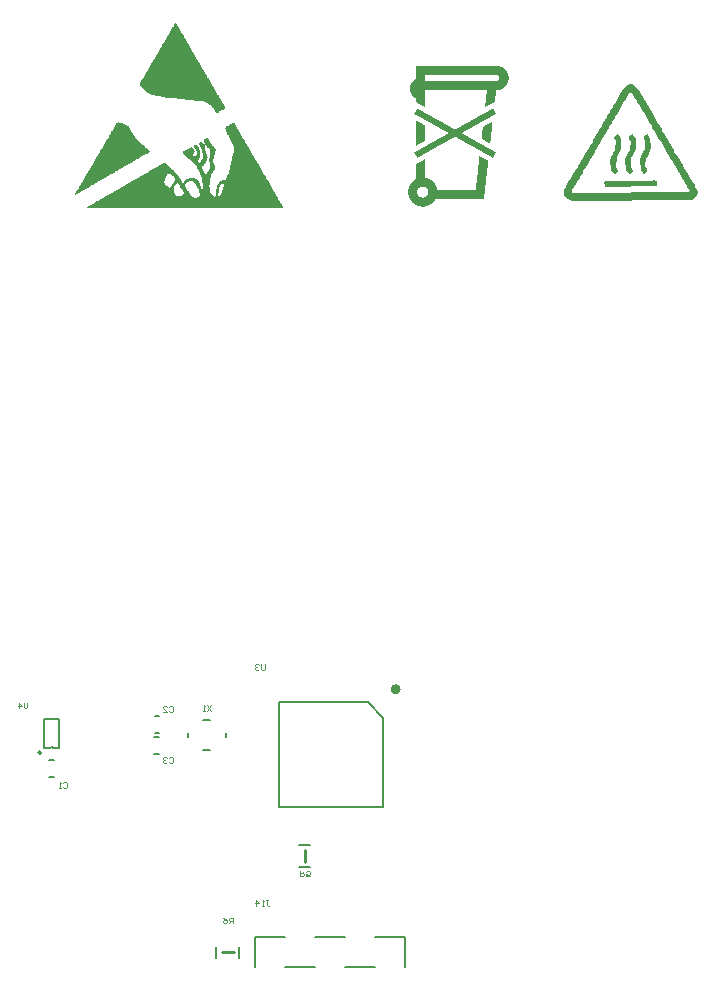
<source format=gbo>
G04*
G04 #@! TF.GenerationSoftware,Altium Limited,Altium Designer,21.4.1 (30)*
G04*
G04 Layer_Color=32896*
%FSLAX24Y24*%
%MOIN*%
G70*
G04*
G04 #@! TF.SameCoordinates,136769D1-9CB9-4328-8E5A-620BB88F4A60*
G04*
G04*
G04 #@! TF.FilePolarity,Positive*
G04*
G01*
G75*
%ADD10C,0.0079*%
%ADD11C,0.0100*%
%ADD14C,0.0039*%
%ADD58C,0.0200*%
G36*
X28004Y33016D02*
X28011D01*
Y33012D01*
X28050D01*
Y33008D01*
X28061D01*
Y33004D01*
X28069D01*
Y33000D01*
X28088D01*
Y32996D01*
X28095D01*
Y32993D01*
X28111D01*
Y32989D01*
X28122D01*
Y32985D01*
X28130D01*
Y32981D01*
X28138D01*
Y32977D01*
X28141D01*
Y32973D01*
X28153D01*
Y32970D01*
X28157D01*
Y32966D01*
X28164D01*
Y32962D01*
X28172D01*
Y32958D01*
X28176D01*
Y32954D01*
X28187D01*
Y32950D01*
X28191D01*
Y32947D01*
X28195D01*
Y32943D01*
X28199D01*
Y32939D01*
X28206D01*
Y32935D01*
X28210D01*
Y32931D01*
X28214D01*
Y32928D01*
X28218D01*
Y32924D01*
X28226D01*
Y32920D01*
X28229D01*
Y32916D01*
X28233D01*
Y32912D01*
X28237D01*
Y32908D01*
X28245D01*
Y32905D01*
X28249D01*
Y32901D01*
X28252D01*
Y32897D01*
X28256D01*
Y32889D01*
X28264D01*
Y32882D01*
X28268D01*
Y32878D01*
X28272D01*
Y32874D01*
X28275D01*
Y32866D01*
X28279D01*
Y32862D01*
X28283D01*
Y32859D01*
X28287D01*
Y32855D01*
X28291D01*
Y32847D01*
X28295D01*
Y32843D01*
X28298D01*
Y32839D01*
X28302D01*
Y32832D01*
X28306D01*
Y32828D01*
X28310D01*
Y32820D01*
X28314D01*
Y32813D01*
X28317D01*
Y32805D01*
X28321D01*
Y32797D01*
X28325D01*
Y32794D01*
X28329D01*
Y32782D01*
X28333D01*
Y32778D01*
X28337D01*
Y32771D01*
X28340D01*
Y32759D01*
X28344D01*
Y32751D01*
X28348D01*
Y32732D01*
X28352D01*
Y32725D01*
X28356D01*
Y32709D01*
X28360D01*
Y32698D01*
X28363D01*
Y32675D01*
X28367D01*
Y32633D01*
X28371D01*
Y32583D01*
X28367D01*
Y32541D01*
X28363D01*
Y32518D01*
X28360D01*
Y32510D01*
X28356D01*
Y32491D01*
X28352D01*
Y32483D01*
X28348D01*
Y32468D01*
X28344D01*
Y32457D01*
X28340D01*
Y32449D01*
X28337D01*
Y32438D01*
X28333D01*
Y32434D01*
X28329D01*
Y32422D01*
X28325D01*
Y32418D01*
X28321D01*
Y32411D01*
X28317D01*
Y32403D01*
X28314D01*
Y32399D01*
X28310D01*
Y32388D01*
X28306D01*
Y32384D01*
X28302D01*
Y32376D01*
X28298D01*
Y32373D01*
X28295D01*
Y32369D01*
X28291D01*
Y32361D01*
X28287D01*
Y32357D01*
X28283D01*
Y32353D01*
X28279D01*
Y32350D01*
X28275D01*
Y32346D01*
X28272D01*
Y32342D01*
X28268D01*
Y32338D01*
X28264D01*
Y32330D01*
X28260D01*
Y32327D01*
X28256D01*
Y32323D01*
X28252D01*
Y32319D01*
X28249D01*
Y32315D01*
X28245D01*
Y32311D01*
X28241D01*
Y32307D01*
X28237D01*
Y32304D01*
X28229D01*
Y32300D01*
X28226D01*
Y32296D01*
X28222D01*
Y32292D01*
X28218D01*
Y32288D01*
X28214D01*
Y32284D01*
X28206D01*
Y32281D01*
X28203D01*
Y32277D01*
X28199D01*
Y32273D01*
X28195D01*
Y32269D01*
X28187D01*
Y32265D01*
X28180D01*
Y32261D01*
X28176D01*
Y32258D01*
X28168D01*
Y32254D01*
X28161D01*
Y32250D01*
X28153D01*
Y32246D01*
X28145D01*
Y32242D01*
X28141D01*
Y32239D01*
X28130D01*
Y32235D01*
X28126D01*
Y32231D01*
X28115D01*
Y32227D01*
X28103D01*
Y32223D01*
X28092D01*
Y32219D01*
X28076D01*
Y32216D01*
X28069D01*
Y32212D01*
X28053D01*
Y32208D01*
X28042D01*
Y32204D01*
X28000D01*
Y32200D01*
X27958D01*
Y32196D01*
X27954D01*
Y32185D01*
X27950D01*
Y32150D01*
X27946D01*
Y32124D01*
X27942D01*
Y32078D01*
X27939D01*
Y32055D01*
X27935D01*
Y32009D01*
X27931D01*
Y31982D01*
X27927D01*
Y31951D01*
X27923D01*
Y31909D01*
X27919D01*
Y31886D01*
X27916D01*
Y31840D01*
X27912D01*
Y31821D01*
X27908D01*
Y31817D01*
X27904D01*
Y31814D01*
X27900D01*
Y31810D01*
X27893D01*
Y31806D01*
X27885D01*
Y31802D01*
X27877D01*
Y31798D01*
X27870D01*
Y31795D01*
X27866D01*
Y31791D01*
X27858D01*
Y31787D01*
X27851D01*
Y31783D01*
X27843D01*
Y31779D01*
X27835D01*
Y31775D01*
X27831D01*
Y31772D01*
X27824D01*
Y31768D01*
X27816D01*
Y31764D01*
X27808D01*
Y31760D01*
X27801D01*
Y31756D01*
X27797D01*
Y31752D01*
X27789D01*
Y31749D01*
X27782D01*
Y31745D01*
X27774D01*
Y31741D01*
X27766D01*
Y31737D01*
X27762D01*
Y31733D01*
X27755D01*
Y31729D01*
X27751D01*
Y31726D01*
X27740D01*
Y31722D01*
X27736D01*
Y31718D01*
X27728D01*
Y31714D01*
X27720D01*
Y31710D01*
X27717D01*
Y31706D01*
X27705D01*
Y31703D01*
X27701D01*
Y31699D01*
X27694D01*
Y31695D01*
X27686D01*
Y31691D01*
X27682D01*
Y31687D01*
X27671D01*
Y31684D01*
X27667D01*
Y31680D01*
X27659D01*
Y31676D01*
X27651D01*
Y31672D01*
X27644D01*
Y31668D01*
X27636D01*
Y31664D01*
X27632D01*
Y31661D01*
X27625D01*
Y31657D01*
X27617D01*
Y31653D01*
X27609D01*
Y31649D01*
X27606D01*
Y31645D01*
X27598D01*
Y31641D01*
X27586D01*
Y31672D01*
X27590D01*
Y31695D01*
X27594D01*
Y31741D01*
X27598D01*
Y31768D01*
X27602D01*
Y31806D01*
X27606D01*
Y31840D01*
X27609D01*
Y31867D01*
X27613D01*
Y31913D01*
X27617D01*
Y31936D01*
X27621D01*
Y31982D01*
X27625D01*
Y32009D01*
X27629D01*
Y32039D01*
X27632D01*
Y32082D01*
X27636D01*
Y32105D01*
X27640D01*
Y32150D01*
X27644D01*
Y32177D01*
X27648D01*
Y32196D01*
X27640D01*
Y32200D01*
X25600D01*
Y32196D01*
X25596D01*
Y32193D01*
X25592D01*
Y31638D01*
X25585D01*
Y31641D01*
X25577D01*
Y31645D01*
X25569D01*
Y31649D01*
X25565D01*
Y31653D01*
X25554D01*
Y31657D01*
X25550D01*
Y31661D01*
X25542D01*
Y31664D01*
X25535D01*
Y31668D01*
X25527D01*
Y31672D01*
X25523D01*
Y31676D01*
X25516D01*
Y31680D01*
X25508D01*
Y31684D01*
X25504D01*
Y31687D01*
X25493D01*
Y31691D01*
X25489D01*
Y31695D01*
X25481D01*
Y31699D01*
X25474D01*
Y31703D01*
X25470D01*
Y31706D01*
X25458D01*
Y31710D01*
X25454D01*
Y31714D01*
X25447D01*
Y31718D01*
X25439D01*
Y31722D01*
X25435D01*
Y31726D01*
X25424D01*
Y31729D01*
X25420D01*
Y31733D01*
X25412D01*
Y31737D01*
X25405D01*
Y31741D01*
X25401D01*
Y31745D01*
X25389D01*
Y31749D01*
X25385D01*
Y31752D01*
X25378D01*
Y31756D01*
X25370D01*
Y31760D01*
X25363D01*
Y31764D01*
X25359D01*
Y31768D01*
X25351D01*
Y31772D01*
X25343D01*
Y31775D01*
X25340D01*
Y31779D01*
X25328D01*
Y31783D01*
X25324D01*
Y31787D01*
X25317D01*
Y31791D01*
X25309D01*
Y31795D01*
X25305D01*
Y31798D01*
X25294D01*
Y31802D01*
X25290D01*
Y31925D01*
X25286D01*
Y31928D01*
X25275D01*
Y31932D01*
X25271D01*
Y31936D01*
X25263D01*
Y31940D01*
X25255D01*
Y31944D01*
X25248D01*
Y31948D01*
X25244D01*
Y31951D01*
X25236D01*
Y31955D01*
X25232D01*
Y31959D01*
X25229D01*
Y31963D01*
X25221D01*
Y31967D01*
X25217D01*
Y31971D01*
X25213D01*
Y31974D01*
X25206D01*
Y31978D01*
X25202D01*
Y31982D01*
X25198D01*
Y31986D01*
X25194D01*
Y31990D01*
X25190D01*
Y31994D01*
X25186D01*
Y31997D01*
X25183D01*
Y32001D01*
X25179D01*
Y32005D01*
X25175D01*
Y32009D01*
X25171D01*
Y32013D01*
X25167D01*
Y32017D01*
X25164D01*
Y32020D01*
X25160D01*
Y32028D01*
X25156D01*
Y32032D01*
X25152D01*
Y32036D01*
X25148D01*
Y32039D01*
X25144D01*
Y32047D01*
X25141D01*
Y32051D01*
X25137D01*
Y32059D01*
X25133D01*
Y32066D01*
X25129D01*
Y32070D01*
X25125D01*
Y32082D01*
X25121D01*
Y32085D01*
X25118D01*
Y32093D01*
X25114D01*
Y32101D01*
X25110D01*
Y32108D01*
X25106D01*
Y32120D01*
X25102D01*
Y32128D01*
X25098D01*
Y32139D01*
X25095D01*
Y32150D01*
X25091D01*
Y32166D01*
X25087D01*
Y32189D01*
X25083D01*
Y32204D01*
X25079D01*
Y32296D01*
X25083D01*
Y32311D01*
X25087D01*
Y32334D01*
X25091D01*
Y32350D01*
X25095D01*
Y32361D01*
X25098D01*
Y32373D01*
X25102D01*
Y32380D01*
X25106D01*
Y32392D01*
X25110D01*
Y32399D01*
X25114D01*
Y32407D01*
X25118D01*
Y32415D01*
X25121D01*
Y32422D01*
X25125D01*
Y32430D01*
X25129D01*
Y32434D01*
X25133D01*
Y32441D01*
X25137D01*
Y32449D01*
X25141D01*
Y32453D01*
X25144D01*
Y32461D01*
X25148D01*
Y32464D01*
X25152D01*
Y32468D01*
X25156D01*
Y32472D01*
X25160D01*
Y32480D01*
X25164D01*
Y32483D01*
X25167D01*
Y32487D01*
X25171D01*
Y32491D01*
X25175D01*
Y32495D01*
X25179D01*
Y32499D01*
X25183D01*
Y32503D01*
X25186D01*
Y32506D01*
X25190D01*
Y32510D01*
X25194D01*
Y32514D01*
X25198D01*
Y32518D01*
X25202D01*
Y32522D01*
X25206D01*
Y32526D01*
X25209D01*
Y32529D01*
X25217D01*
Y32533D01*
X25221D01*
Y32537D01*
X25225D01*
Y32541D01*
X25232D01*
Y32545D01*
X25236D01*
Y32549D01*
X25240D01*
Y32552D01*
X25248D01*
Y32556D01*
X25252D01*
Y32560D01*
X25263D01*
Y32564D01*
X25267D01*
Y32568D01*
X25275D01*
Y32572D01*
X25282D01*
Y32575D01*
X25286D01*
Y32579D01*
X25290D01*
Y33019D01*
X28004D01*
Y33016D01*
D02*
G37*
G36*
X17295Y34399D02*
X17313D01*
Y34380D01*
X17332D01*
Y34343D01*
X17350D01*
Y34306D01*
X17369D01*
Y34288D01*
X17387D01*
Y34251D01*
X17406D01*
Y34214D01*
X17424D01*
Y34177D01*
X17443D01*
Y34158D01*
X17461D01*
Y34121D01*
X17480D01*
Y34084D01*
X17498D01*
Y34066D01*
X17517D01*
Y34029D01*
X17535D01*
Y33992D01*
X17554D01*
Y33955D01*
X17572D01*
Y33918D01*
X17591D01*
Y33899D01*
X17609D01*
Y33862D01*
X17628D01*
Y33844D01*
X17646D01*
Y33807D01*
X17665D01*
Y33770D01*
X17683D01*
Y33733D01*
X17702D01*
Y33696D01*
X17720D01*
Y33677D01*
X17739D01*
Y33640D01*
X17757D01*
Y33603D01*
X17776D01*
Y33585D01*
X17794D01*
Y33548D01*
X17813D01*
Y33529D01*
X17831D01*
Y33474D01*
X17850D01*
Y33455D01*
X17868D01*
Y33418D01*
X17887D01*
Y33381D01*
X17905D01*
Y33363D01*
X17924D01*
Y33326D01*
X17942D01*
Y33289D01*
X17961D01*
Y33252D01*
X17979D01*
Y33233D01*
X17998D01*
Y33196D01*
X18016D01*
Y33159D01*
X18035D01*
Y33141D01*
X18053D01*
Y33104D01*
X18072D01*
Y33067D01*
X18090D01*
Y33048D01*
X18109D01*
Y33011D01*
X18127D01*
Y32974D01*
X18146D01*
Y32937D01*
X18164D01*
Y32919D01*
X18183D01*
Y32882D01*
X18201D01*
Y32845D01*
X18220D01*
Y32826D01*
X18238D01*
Y32789D01*
X18257D01*
Y32752D01*
X18275D01*
Y32715D01*
X18294D01*
Y32697D01*
X18312D01*
Y32660D01*
X18331D01*
Y32623D01*
X18349D01*
Y32604D01*
X18368D01*
Y32567D01*
X18386D01*
Y32530D01*
X18405D01*
Y32493D01*
X18423D01*
Y32475D01*
X18442D01*
Y32438D01*
X18460D01*
Y32401D01*
X18479D01*
Y32382D01*
X18497D01*
Y32345D01*
X18516D01*
Y32308D01*
X18534D01*
Y32271D01*
X18553D01*
Y32253D01*
X18571D01*
Y32216D01*
X18590D01*
Y32179D01*
X18608D01*
Y32160D01*
X18627D01*
Y32123D01*
X18645D01*
Y32086D01*
X18664D01*
Y32049D01*
X18682D01*
Y32031D01*
X18701D01*
Y31994D01*
X18719D01*
Y31957D01*
X18738D01*
Y31938D01*
X18756D01*
Y31901D01*
X18775D01*
Y31864D01*
X18793D01*
Y31846D01*
X18812D01*
Y31790D01*
X18830D01*
Y31772D01*
X18849D01*
Y31735D01*
X18867D01*
Y31716D01*
X18886D01*
Y31679D01*
X18904D01*
Y31642D01*
X18923D01*
Y31587D01*
X18886D01*
Y31568D01*
X18867D01*
Y31550D01*
X18830D01*
Y31531D01*
X18793D01*
Y31513D01*
X18775D01*
Y31494D01*
X18719D01*
Y31476D01*
X18701D01*
Y31457D01*
X18664D01*
Y31439D01*
X18627D01*
Y31457D01*
X18608D01*
Y31476D01*
X18590D01*
Y31513D01*
X18571D01*
Y31550D01*
X18553D01*
Y31568D01*
X18534D01*
Y31605D01*
X18516D01*
Y31624D01*
X18497D01*
Y31642D01*
X18479D01*
Y31661D01*
X18460D01*
Y31679D01*
X18442D01*
Y31698D01*
X18423D01*
Y31716D01*
X18386D01*
Y31735D01*
X18368D01*
Y31753D01*
X18349D01*
Y31772D01*
X18312D01*
Y31790D01*
X18275D01*
Y31809D01*
X18201D01*
Y31827D01*
X18127D01*
Y31846D01*
X17868D01*
Y31864D01*
X17702D01*
Y31883D01*
X17572D01*
Y31901D01*
X17424D01*
Y31920D01*
X17313D01*
Y31938D01*
X17073D01*
Y31957D01*
X16906D01*
Y31975D01*
X16777D01*
Y31994D01*
X16647D01*
Y32012D01*
X16592D01*
Y32031D01*
X16499D01*
Y32049D01*
X16462D01*
Y32068D01*
X16407D01*
Y32086D01*
X16370D01*
Y32105D01*
X16351D01*
Y32123D01*
X16314D01*
Y32142D01*
X16296D01*
Y32160D01*
X16277D01*
Y32179D01*
X16259D01*
Y32197D01*
X16240D01*
Y32216D01*
X16222D01*
Y32234D01*
X16203D01*
Y32253D01*
X16185D01*
Y32271D01*
X16166D01*
Y32290D01*
X16148D01*
Y32308D01*
X16129D01*
Y32327D01*
X16111D01*
Y32345D01*
X16092D01*
Y32382D01*
X16074D01*
Y32438D01*
X16092D01*
Y32475D01*
X16111D01*
Y32493D01*
X16129D01*
Y32530D01*
X16148D01*
Y32567D01*
X16166D01*
Y32586D01*
X16185D01*
Y32623D01*
X16203D01*
Y32660D01*
X16222D01*
Y32678D01*
X16240D01*
Y32715D01*
X16259D01*
Y32752D01*
X16277D01*
Y32789D01*
X16296D01*
Y32808D01*
X16314D01*
Y32845D01*
X16333D01*
Y32882D01*
X16351D01*
Y32900D01*
X16370D01*
Y32937D01*
X16388D01*
Y32974D01*
X16407D01*
Y33011D01*
X16425D01*
Y33030D01*
X16444D01*
Y33067D01*
X16462D01*
Y33104D01*
X16481D01*
Y33122D01*
X16499D01*
Y33159D01*
X16518D01*
Y33196D01*
X16536D01*
Y33233D01*
X16555D01*
Y33252D01*
X16573D01*
Y33289D01*
X16592D01*
Y33326D01*
X16610D01*
Y33344D01*
X16629D01*
Y33381D01*
X16647D01*
Y33418D01*
X16666D01*
Y33437D01*
X16684D01*
Y33474D01*
X16703D01*
Y33511D01*
X16721D01*
Y33548D01*
X16740D01*
Y33566D01*
X16758D01*
Y33603D01*
X16777D01*
Y33640D01*
X16795D01*
Y33659D01*
X16814D01*
Y33696D01*
X16832D01*
Y33733D01*
X16851D01*
Y33770D01*
X16869D01*
Y33788D01*
X16888D01*
Y33825D01*
X16906D01*
Y33862D01*
X16925D01*
Y33881D01*
X16943D01*
Y33918D01*
X16962D01*
Y33955D01*
X16980D01*
Y33992D01*
X16999D01*
Y34010D01*
X17017D01*
Y34047D01*
X17036D01*
Y34084D01*
X17054D01*
Y34103D01*
X17073D01*
Y34140D01*
X17091D01*
Y34177D01*
X17110D01*
Y34195D01*
X17128D01*
Y34232D01*
X17147D01*
Y34269D01*
X17165D01*
Y34306D01*
X17184D01*
Y34325D01*
X17202D01*
Y34362D01*
X17221D01*
Y34399D01*
X17239D01*
Y34417D01*
X17258D01*
Y34436D01*
X17295D01*
Y34399D01*
D02*
G37*
G36*
X27851Y31588D02*
X27854D01*
Y31580D01*
X27858D01*
Y31573D01*
X27862D01*
Y31565D01*
X27866D01*
Y31561D01*
X27870D01*
Y31553D01*
X27873D01*
Y31546D01*
X27877D01*
Y31538D01*
X27881D01*
Y31530D01*
X27885D01*
Y31527D01*
X27889D01*
Y31519D01*
X27893D01*
Y31511D01*
X27896D01*
Y31504D01*
X27900D01*
Y31500D01*
X27904D01*
Y31492D01*
X27908D01*
Y31484D01*
X27912D01*
Y31481D01*
X27916D01*
Y31469D01*
X27919D01*
Y31465D01*
X27923D01*
Y31458D01*
X27927D01*
Y31450D01*
X27931D01*
Y31442D01*
X27935D01*
Y31435D01*
X27939D01*
Y31431D01*
X27942D01*
Y31423D01*
X27946D01*
Y31416D01*
X27942D01*
Y31412D01*
X27939D01*
Y31408D01*
X27935D01*
Y31404D01*
X27923D01*
Y31400D01*
X27919D01*
Y31396D01*
X27912D01*
Y31393D01*
X27904D01*
Y31389D01*
X27900D01*
Y31385D01*
X27889D01*
Y31381D01*
X27885D01*
Y31377D01*
X27877D01*
Y31373D01*
X27870D01*
Y31370D01*
X27866D01*
Y31366D01*
X27854D01*
Y31362D01*
X27851D01*
Y31358D01*
X27843D01*
Y31354D01*
X27835D01*
Y31351D01*
X27831D01*
Y31347D01*
X27824D01*
Y31343D01*
X27816D01*
Y31339D01*
X27808D01*
Y31335D01*
X27805D01*
Y31331D01*
X27793D01*
Y31328D01*
X27789D01*
Y31324D01*
X27782D01*
Y31320D01*
X27774D01*
Y31316D01*
X27770D01*
Y31312D01*
X27759D01*
Y31308D01*
X27755D01*
Y31305D01*
X27747D01*
Y31301D01*
X27740D01*
Y31297D01*
X27736D01*
Y31293D01*
X27724D01*
Y31289D01*
X27720D01*
Y31285D01*
X27713D01*
Y31282D01*
X27705D01*
Y31278D01*
X27701D01*
Y31274D01*
X27694D01*
Y31270D01*
X27686D01*
Y31266D01*
X27678D01*
Y31262D01*
X27674D01*
Y31259D01*
X27667D01*
Y31255D01*
X27659D01*
Y31251D01*
X27651D01*
Y31247D01*
X27644D01*
Y31243D01*
X27640D01*
Y31240D01*
X27629D01*
Y31236D01*
X27625D01*
Y31232D01*
X27617D01*
Y31228D01*
X27609D01*
Y31224D01*
X27606D01*
Y31220D01*
X27594D01*
Y31217D01*
X27590D01*
Y31213D01*
X27583D01*
Y31209D01*
X27575D01*
Y31205D01*
X27571D01*
Y31201D01*
X27560D01*
Y31197D01*
X27556D01*
Y31194D01*
X27548D01*
Y31190D01*
X27540D01*
Y31186D01*
X27537D01*
Y31182D01*
X27529D01*
Y31178D01*
X27521D01*
Y31174D01*
X27514D01*
Y31171D01*
X27510D01*
Y31167D01*
X27502D01*
Y31163D01*
X27495D01*
Y31159D01*
X27487D01*
Y31155D01*
X27479D01*
Y31151D01*
X27475D01*
Y31148D01*
X27464D01*
Y31144D01*
X27460D01*
Y31140D01*
X27452D01*
Y31136D01*
X27445D01*
Y31132D01*
X27441D01*
Y31129D01*
X27429D01*
Y31125D01*
X27426D01*
Y31121D01*
X27418D01*
Y31117D01*
X27410D01*
Y31113D01*
X27406D01*
Y31109D01*
X27395D01*
Y31106D01*
X27391D01*
Y31102D01*
X27384D01*
Y31098D01*
X27376D01*
Y31094D01*
X27372D01*
Y31090D01*
X27364D01*
Y31086D01*
X27357D01*
Y31083D01*
X27349D01*
Y31079D01*
X27345D01*
Y31075D01*
X27338D01*
Y31071D01*
X27330D01*
Y31067D01*
X27322D01*
Y31063D01*
X27315D01*
Y31060D01*
X27311D01*
Y31056D01*
X27303D01*
Y31052D01*
X27295D01*
Y31048D01*
X27288D01*
Y31044D01*
X27280D01*
Y31040D01*
X27276D01*
Y31037D01*
X27265D01*
Y31033D01*
X27261D01*
Y31029D01*
X27253D01*
Y31025D01*
X27246D01*
Y31021D01*
X27242D01*
Y31018D01*
X27234D01*
Y31014D01*
X27227D01*
Y31010D01*
X27219D01*
Y31006D01*
X27215D01*
Y31002D01*
X27207D01*
Y30998D01*
X27200D01*
Y30995D01*
X27192D01*
Y30991D01*
X27185D01*
Y30987D01*
X27181D01*
Y30983D01*
X27173D01*
Y30979D01*
X27165D01*
Y30975D01*
X27158D01*
Y30972D01*
X27150D01*
Y30968D01*
X27146D01*
Y30964D01*
X27139D01*
Y30960D01*
X27131D01*
Y30956D01*
X27123D01*
Y30952D01*
X27116D01*
Y30949D01*
X27112D01*
Y30945D01*
X27104D01*
Y30941D01*
X27096D01*
Y30937D01*
X27089D01*
Y30933D01*
X27081D01*
Y30929D01*
X27077D01*
Y30926D01*
X27070D01*
Y30922D01*
X27062D01*
Y30918D01*
X27054D01*
Y30914D01*
X27051D01*
Y30910D01*
X27043D01*
Y30907D01*
X27035D01*
Y30903D01*
X27031D01*
Y30899D01*
X27020D01*
Y30895D01*
X27016D01*
Y30891D01*
X27008D01*
Y30887D01*
X27001D01*
Y30884D01*
X26997D01*
Y30880D01*
X26985D01*
Y30876D01*
X26982D01*
Y30872D01*
X26974D01*
Y30868D01*
X26966D01*
Y30864D01*
X26959D01*
Y30861D01*
X26951D01*
Y30857D01*
X26947D01*
Y30853D01*
X26940D01*
Y30849D01*
X26932D01*
Y30845D01*
X26924D01*
Y30841D01*
X26917D01*
Y30838D01*
X26913D01*
Y30834D01*
X26905D01*
Y30830D01*
X26897D01*
Y30826D01*
X26890D01*
Y30822D01*
X26886D01*
Y30818D01*
X26878D01*
Y30815D01*
X26871D01*
Y30811D01*
X26867D01*
Y30807D01*
X26855D01*
Y30803D01*
X26851D01*
Y30799D01*
X26844D01*
Y30796D01*
X26836D01*
Y30792D01*
X26832D01*
Y30788D01*
X26821D01*
Y30784D01*
X26817D01*
Y30780D01*
X26806D01*
Y30776D01*
X26802D01*
Y30773D01*
X26806D01*
Y30769D01*
X26809D01*
Y30765D01*
X26813D01*
Y30761D01*
X26825D01*
Y30757D01*
X26829D01*
Y30753D01*
X26836D01*
Y30750D01*
X26844D01*
Y30746D01*
X26848D01*
Y30742D01*
X26855D01*
Y30738D01*
X26863D01*
Y30734D01*
X26871D01*
Y30730D01*
X26874D01*
Y30727D01*
X26882D01*
Y30723D01*
X26890D01*
Y30719D01*
X26897D01*
Y30715D01*
X26905D01*
Y30711D01*
X26909D01*
Y30707D01*
X26917D01*
Y30704D01*
X26924D01*
Y30700D01*
X26928D01*
Y30696D01*
X26940D01*
Y30692D01*
X26943D01*
Y30688D01*
X26951D01*
Y30684D01*
X26959D01*
Y30681D01*
X26966D01*
Y30677D01*
X26974D01*
Y30673D01*
X26978D01*
Y30669D01*
X26985D01*
Y30665D01*
X26993D01*
Y30662D01*
X27001D01*
Y30658D01*
X27008D01*
Y30654D01*
X27012D01*
Y30650D01*
X27020D01*
Y30646D01*
X27028D01*
Y30642D01*
X27035D01*
Y30639D01*
X27039D01*
Y30635D01*
X27047D01*
Y30631D01*
X27054D01*
Y30627D01*
X27058D01*
Y30623D01*
X27070D01*
Y30619D01*
X27073D01*
Y30616D01*
X27081D01*
Y30612D01*
X27089D01*
Y30608D01*
X27093D01*
Y30604D01*
X27104D01*
Y30600D01*
X27108D01*
Y30596D01*
X27116D01*
Y30593D01*
X27123D01*
Y30589D01*
X27131D01*
Y30585D01*
X27139D01*
Y30581D01*
X27142D01*
Y30577D01*
X27150D01*
Y30573D01*
X27158D01*
Y30570D01*
X27165D01*
Y30566D01*
X27169D01*
Y30562D01*
X27177D01*
Y30558D01*
X27185D01*
Y30554D01*
X27188D01*
Y30551D01*
X27200D01*
Y30547D01*
X27204D01*
Y30543D01*
X27211D01*
Y30539D01*
X27219D01*
Y30535D01*
X27223D01*
Y30531D01*
X27234D01*
Y30528D01*
X27238D01*
Y30524D01*
X27246D01*
Y30520D01*
X27253D01*
Y30516D01*
X27257D01*
Y30512D01*
X27269D01*
Y30508D01*
X27273D01*
Y30505D01*
X27280D01*
Y30501D01*
X27288D01*
Y30497D01*
X27295D01*
Y30493D01*
X27303D01*
Y30489D01*
X27307D01*
Y30485D01*
X27315D01*
Y30482D01*
X27322D01*
Y30478D01*
X27330D01*
Y30474D01*
X27334D01*
Y30470D01*
X27341D01*
Y30466D01*
X27349D01*
Y30463D01*
X27353D01*
Y30459D01*
X27364D01*
Y30455D01*
X27368D01*
Y30451D01*
X27376D01*
Y30447D01*
X27384D01*
Y30443D01*
X27387D01*
Y30440D01*
X27399D01*
Y30436D01*
X27403D01*
Y30432D01*
X27410D01*
Y30428D01*
X27418D01*
Y30424D01*
X27422D01*
Y30420D01*
X27433D01*
Y30417D01*
X27437D01*
Y30413D01*
X27445D01*
Y30409D01*
X27452D01*
Y30405D01*
X27460D01*
Y30401D01*
X27468D01*
Y30397D01*
X27472D01*
Y30394D01*
X27479D01*
Y30390D01*
X27483D01*
Y30386D01*
X27495D01*
Y30382D01*
X27498D01*
Y30378D01*
X27506D01*
Y30374D01*
X27514D01*
Y30371D01*
X27517D01*
Y30367D01*
X27529D01*
Y30363D01*
X27533D01*
Y30359D01*
X27540D01*
Y30355D01*
X27548D01*
Y30352D01*
X27552D01*
Y30348D01*
X27563D01*
Y30344D01*
X27567D01*
Y30340D01*
X27575D01*
Y30336D01*
X27583D01*
Y30332D01*
X27586D01*
Y30329D01*
X27598D01*
Y30325D01*
X27602D01*
Y30321D01*
X27609D01*
Y30317D01*
X27617D01*
Y30313D01*
X27621D01*
Y30309D01*
X27629D01*
Y30306D01*
X27636D01*
Y30302D01*
X27644D01*
Y30298D01*
X27648D01*
Y30294D01*
X27659D01*
Y30290D01*
X27663D01*
Y30286D01*
X27671D01*
Y30283D01*
X27678D01*
Y30279D01*
X27682D01*
Y30275D01*
X27694D01*
Y30271D01*
X27697D01*
Y30267D01*
X27705D01*
Y30263D01*
X27713D01*
Y30260D01*
X27717D01*
Y30256D01*
X27728D01*
Y30252D01*
X27732D01*
Y30248D01*
X27740D01*
Y30244D01*
X27747D01*
Y30240D01*
X27751D01*
Y30237D01*
X27762D01*
Y30233D01*
X27766D01*
Y30229D01*
X27774D01*
Y30225D01*
X27782D01*
Y30221D01*
X27785D01*
Y30218D01*
X27793D01*
Y30214D01*
X27801D01*
Y30210D01*
X27808D01*
Y30206D01*
X27812D01*
Y30202D01*
X27824D01*
Y30198D01*
X27828D01*
Y30195D01*
X27835D01*
Y30191D01*
X27843D01*
Y30187D01*
X27847D01*
Y30183D01*
X27858D01*
Y30179D01*
X27862D01*
Y30175D01*
X27870D01*
Y30172D01*
X27877D01*
Y30168D01*
X27881D01*
Y30164D01*
X27893D01*
Y30160D01*
X27896D01*
Y30156D01*
X27904D01*
Y30152D01*
X27912D01*
Y30149D01*
X27916D01*
Y30145D01*
X27923D01*
Y30141D01*
X27931D01*
Y30137D01*
X27939D01*
Y30133D01*
X27942D01*
Y30129D01*
X27946D01*
Y30122D01*
X27942D01*
Y30114D01*
X27939D01*
Y30110D01*
X27935D01*
Y30099D01*
X27931D01*
Y30095D01*
X27927D01*
Y30087D01*
X27923D01*
Y30080D01*
X27919D01*
Y30076D01*
X27916D01*
Y30064D01*
X27912D01*
Y30061D01*
X27908D01*
Y30053D01*
X27904D01*
Y30045D01*
X27900D01*
Y30041D01*
X27896D01*
Y30030D01*
X27893D01*
Y30026D01*
X27889D01*
Y30018D01*
X27885D01*
Y30011D01*
X27881D01*
Y30007D01*
X27877D01*
Y29996D01*
X27873D01*
Y29992D01*
X27870D01*
Y29984D01*
X27866D01*
Y29980D01*
X27862D01*
Y29969D01*
X27858D01*
Y29965D01*
X27854D01*
Y29957D01*
X27851D01*
Y29953D01*
X27835D01*
Y29957D01*
X27831D01*
Y29961D01*
X27824D01*
Y29965D01*
X27816D01*
Y29969D01*
X27812D01*
Y29973D01*
X27801D01*
Y29976D01*
X27797D01*
Y29980D01*
X27789D01*
Y29984D01*
X27782D01*
Y29988D01*
X27774D01*
Y29992D01*
X27770D01*
Y29996D01*
X27762D01*
Y29999D01*
X27755D01*
Y30003D01*
X27751D01*
Y30007D01*
X27740D01*
Y30011D01*
X27736D01*
Y30015D01*
X27728D01*
Y30018D01*
X27720D01*
Y30022D01*
X27717D01*
Y30026D01*
X27705D01*
Y30030D01*
X27701D01*
Y30034D01*
X27694D01*
Y30038D01*
X27686D01*
Y30041D01*
X27682D01*
Y30045D01*
X27671D01*
Y30049D01*
X27667D01*
Y30053D01*
X27659D01*
Y30057D01*
X27651D01*
Y30061D01*
X27648D01*
Y30064D01*
X27636D01*
Y30068D01*
X27632D01*
Y30072D01*
X27625D01*
Y30076D01*
X27617D01*
Y30080D01*
X27613D01*
Y30084D01*
X27606D01*
Y30087D01*
X27598D01*
Y30091D01*
X27590D01*
Y30095D01*
X27586D01*
Y30099D01*
X27575D01*
Y30103D01*
X27571D01*
Y30107D01*
X27563D01*
Y30110D01*
X27556D01*
Y30114D01*
X27552D01*
Y30118D01*
X27540D01*
Y30122D01*
X27537D01*
Y30126D01*
X27529D01*
Y30129D01*
X27521D01*
Y30133D01*
X27517D01*
Y30137D01*
X27506D01*
Y30141D01*
X27502D01*
Y30145D01*
X27495D01*
Y30149D01*
X27487D01*
Y30152D01*
X27483D01*
Y30156D01*
X27475D01*
Y30160D01*
X27468D01*
Y30164D01*
X27460D01*
Y30168D01*
X27456D01*
Y30172D01*
X27449D01*
Y30175D01*
X27441D01*
Y30179D01*
X27433D01*
Y30183D01*
X27426D01*
Y30187D01*
X27422D01*
Y30191D01*
X27410D01*
Y30195D01*
X27406D01*
Y30198D01*
X27399D01*
Y30202D01*
X27391D01*
Y30206D01*
X27387D01*
Y30210D01*
X27376D01*
Y30214D01*
X27372D01*
Y30218D01*
X27364D01*
Y30221D01*
X27357D01*
Y30225D01*
X27353D01*
Y30229D01*
X27341D01*
Y30233D01*
X27338D01*
Y30237D01*
X27330D01*
Y30240D01*
X27322D01*
Y30244D01*
X27318D01*
Y30248D01*
X27311D01*
Y30252D01*
X27303D01*
Y30256D01*
X27295D01*
Y30260D01*
X27292D01*
Y30263D01*
X27284D01*
Y30267D01*
X27276D01*
Y30271D01*
X27269D01*
Y30275D01*
X27261D01*
Y30279D01*
X27257D01*
Y30283D01*
X27246D01*
Y30286D01*
X27242D01*
Y30290D01*
X27234D01*
Y30294D01*
X27227D01*
Y30298D01*
X27223D01*
Y30302D01*
X27211D01*
Y30306D01*
X27207D01*
Y30309D01*
X27200D01*
Y30313D01*
X27192D01*
Y30317D01*
X27188D01*
Y30321D01*
X27181D01*
Y30325D01*
X27173D01*
Y30329D01*
X27165D01*
Y30332D01*
X27158D01*
Y30336D01*
X27154D01*
Y30340D01*
X27146D01*
Y30344D01*
X27139D01*
Y30348D01*
X27131D01*
Y30352D01*
X27127D01*
Y30355D01*
X27119D01*
Y30359D01*
X27112D01*
Y30363D01*
X27104D01*
Y30367D01*
X27096D01*
Y30371D01*
X27093D01*
Y30374D01*
X27081D01*
Y30378D01*
X27077D01*
Y30382D01*
X27070D01*
Y30386D01*
X27062D01*
Y30390D01*
X27058D01*
Y30394D01*
X27051D01*
Y30397D01*
X27043D01*
Y30401D01*
X27035D01*
Y30405D01*
X27028D01*
Y30409D01*
X27024D01*
Y30413D01*
X27016D01*
Y30417D01*
X27008D01*
Y30420D01*
X27001D01*
Y30424D01*
X26997D01*
Y30428D01*
X26989D01*
Y30432D01*
X26982D01*
Y30436D01*
X26978D01*
Y30440D01*
X26966D01*
Y30443D01*
X26962D01*
Y30447D01*
X26955D01*
Y30451D01*
X26947D01*
Y30455D01*
X26940D01*
Y30459D01*
X26932D01*
Y30463D01*
X26928D01*
Y30466D01*
X26920D01*
Y30470D01*
X26913D01*
Y30474D01*
X26905D01*
Y30478D01*
X26897D01*
Y30482D01*
X26894D01*
Y30485D01*
X26886D01*
Y30489D01*
X26878D01*
Y30493D01*
X26871D01*
Y30497D01*
X26863D01*
Y30501D01*
X26859D01*
Y30505D01*
X26851D01*
Y30508D01*
X26844D01*
Y30512D01*
X26836D01*
Y30516D01*
X26832D01*
Y30520D01*
X26825D01*
Y30524D01*
X26817D01*
Y30528D01*
X26813D01*
Y30531D01*
X26802D01*
Y30535D01*
X26798D01*
Y30539D01*
X26790D01*
Y30543D01*
X26783D01*
Y30547D01*
X26779D01*
Y30551D01*
X26767D01*
Y30554D01*
X26763D01*
Y30558D01*
X26756D01*
Y30562D01*
X26748D01*
Y30566D01*
X26740D01*
Y30570D01*
X26733D01*
Y30573D01*
X26729D01*
Y30577D01*
X26721D01*
Y30581D01*
X26714D01*
Y30585D01*
X26706D01*
Y30589D01*
X26702D01*
Y30593D01*
X26695D01*
Y30596D01*
X26687D01*
Y30600D01*
X26679D01*
Y30604D01*
X26672D01*
Y30608D01*
X26668D01*
Y30612D01*
X26660D01*
Y30616D01*
X26652D01*
Y30619D01*
X26649D01*
Y30623D01*
X26637D01*
Y30627D01*
X26633D01*
Y30631D01*
X26626D01*
Y30635D01*
X26618D01*
Y30639D01*
X26614D01*
Y30642D01*
X26603D01*
Y30646D01*
X26599D01*
Y30650D01*
X26591D01*
Y30654D01*
X26587D01*
Y30650D01*
X26576D01*
Y30646D01*
X26572D01*
Y30642D01*
X26561D01*
Y30639D01*
X26557D01*
Y30635D01*
X26549D01*
Y30631D01*
X26541D01*
Y30627D01*
X26538D01*
Y30623D01*
X26526D01*
Y30619D01*
X26522D01*
Y30616D01*
X26515D01*
Y30612D01*
X26507D01*
Y30608D01*
X26503D01*
Y30604D01*
X26492D01*
Y30600D01*
X26488D01*
Y30596D01*
X26480D01*
Y30593D01*
X26473D01*
Y30589D01*
X26469D01*
Y30585D01*
X26457D01*
Y30581D01*
X26453D01*
Y30577D01*
X26446D01*
Y30573D01*
X26438D01*
Y30570D01*
X26430D01*
Y30566D01*
X26427D01*
Y30562D01*
X26419D01*
Y30558D01*
X26411D01*
Y30554D01*
X26407D01*
Y30551D01*
X26396D01*
Y30547D01*
X26392D01*
Y30543D01*
X26385D01*
Y30539D01*
X26377D01*
Y30535D01*
X26373D01*
Y30531D01*
X26362D01*
Y30528D01*
X26358D01*
Y30524D01*
X26350D01*
Y30520D01*
X26342D01*
Y30516D01*
X26339D01*
Y30512D01*
X26327D01*
Y30508D01*
X26323D01*
Y30505D01*
X26316D01*
Y30501D01*
X26308D01*
Y30497D01*
X26304D01*
Y30493D01*
X26293D01*
Y30489D01*
X26289D01*
Y30485D01*
X26281D01*
Y30482D01*
X26277D01*
Y30478D01*
X26266D01*
Y30474D01*
X26262D01*
Y30470D01*
X26254D01*
Y30466D01*
X26247D01*
Y30463D01*
X26243D01*
Y30459D01*
X26231D01*
Y30455D01*
X26228D01*
Y30451D01*
X26220D01*
Y30447D01*
X26212D01*
Y30443D01*
X26208D01*
Y30440D01*
X26197D01*
Y30436D01*
X26193D01*
Y30432D01*
X26185D01*
Y30428D01*
X26178D01*
Y30424D01*
X26174D01*
Y30420D01*
X26163D01*
Y30417D01*
X26159D01*
Y30413D01*
X26151D01*
Y30409D01*
X26143D01*
Y30405D01*
X26140D01*
Y30401D01*
X26132D01*
Y30397D01*
X26124D01*
Y30394D01*
X26117D01*
Y30390D01*
X26113D01*
Y30386D01*
X26101D01*
Y30382D01*
X26097D01*
Y30378D01*
X26090D01*
Y30374D01*
X26082D01*
Y30371D01*
X26078D01*
Y30367D01*
X26067D01*
Y30363D01*
X26063D01*
Y30359D01*
X26055D01*
Y30355D01*
X26048D01*
Y30352D01*
X26044D01*
Y30348D01*
X26032D01*
Y30344D01*
X26029D01*
Y30340D01*
X26021D01*
Y30336D01*
X26013D01*
Y30332D01*
X26009D01*
Y30329D01*
X25998D01*
Y30325D01*
X25994D01*
Y30321D01*
X25986D01*
Y30317D01*
X25979D01*
Y30313D01*
X25975D01*
Y30309D01*
X25967D01*
Y30306D01*
X25960D01*
Y30302D01*
X25952D01*
Y30298D01*
X25948D01*
Y30294D01*
X25937D01*
Y30290D01*
X25933D01*
Y30286D01*
X25925D01*
Y30283D01*
X25918D01*
Y30279D01*
X25914D01*
Y30275D01*
X25902D01*
Y30271D01*
X25898D01*
Y30267D01*
X25891D01*
Y30263D01*
X25883D01*
Y30260D01*
X25879D01*
Y30256D01*
X25868D01*
Y30252D01*
X25864D01*
Y30248D01*
X25856D01*
Y30244D01*
X25849D01*
Y30240D01*
X25845D01*
Y30237D01*
X25837D01*
Y30233D01*
X25830D01*
Y30229D01*
X25822D01*
Y30225D01*
X25818D01*
Y30221D01*
X25810D01*
Y30218D01*
X25803D01*
Y30214D01*
X25795D01*
Y30210D01*
X25787D01*
Y30206D01*
X25784D01*
Y30202D01*
X25776D01*
Y30198D01*
X25768D01*
Y30195D01*
X25761D01*
Y30191D01*
X25753D01*
Y30187D01*
X25749D01*
Y30183D01*
X25738D01*
Y30179D01*
X25734D01*
Y30175D01*
X25726D01*
Y30172D01*
X25719D01*
Y30168D01*
X25715D01*
Y30164D01*
X25703D01*
Y30160D01*
X25699D01*
Y30156D01*
X25692D01*
Y30152D01*
X25684D01*
Y30149D01*
X25680D01*
Y30145D01*
X25673D01*
Y30141D01*
X25665D01*
Y30137D01*
X25657D01*
Y30133D01*
X25653D01*
Y30129D01*
X25646D01*
Y30126D01*
X25638D01*
Y30122D01*
X25630D01*
Y30118D01*
X25623D01*
Y30114D01*
X25619D01*
Y30110D01*
X25611D01*
Y30107D01*
X25604D01*
Y30103D01*
X25596D01*
Y30099D01*
X25588D01*
Y30095D01*
X25585D01*
Y30091D01*
X25573D01*
Y30087D01*
X25569D01*
Y30084D01*
X25562D01*
Y30080D01*
X25554D01*
Y30076D01*
X25550D01*
Y30072D01*
X25542D01*
Y30068D01*
X25535D01*
Y30064D01*
X25527D01*
Y30061D01*
X25523D01*
Y30057D01*
X25516D01*
Y30053D01*
X25508D01*
Y30049D01*
X25500D01*
Y30045D01*
X25493D01*
Y30041D01*
X25489D01*
Y30038D01*
X25481D01*
Y30034D01*
X25474D01*
Y30030D01*
X25470D01*
Y30026D01*
X25458D01*
Y30022D01*
X25454D01*
Y30018D01*
X25447D01*
Y30015D01*
X25439D01*
Y30011D01*
X25431D01*
Y30007D01*
X25424D01*
Y30003D01*
X25420D01*
Y29999D01*
X25412D01*
Y29996D01*
X25405D01*
Y29992D01*
X25397D01*
Y29988D01*
X25389D01*
Y29984D01*
X25385D01*
Y29980D01*
X25378D01*
Y29976D01*
X25370D01*
Y29973D01*
X25363D01*
Y29969D01*
X25359D01*
Y29965D01*
X25351D01*
Y29961D01*
X25343D01*
Y29957D01*
X25340D01*
Y29953D01*
X25324D01*
Y29957D01*
X25320D01*
Y29961D01*
X25317D01*
Y29969D01*
X25313D01*
Y29976D01*
X25309D01*
Y29984D01*
X25305D01*
Y29988D01*
X25301D01*
Y29996D01*
X25297D01*
Y30003D01*
X25294D01*
Y30011D01*
X25290D01*
Y30018D01*
X25286D01*
Y30022D01*
X25282D01*
Y30030D01*
X25278D01*
Y30038D01*
X25275D01*
Y30045D01*
X25271D01*
Y30053D01*
X25267D01*
Y30057D01*
X25263D01*
Y30068D01*
X25259D01*
Y30072D01*
X25255D01*
Y30080D01*
X25252D01*
Y30087D01*
X25248D01*
Y30091D01*
X25244D01*
Y30103D01*
X25240D01*
Y30107D01*
X25236D01*
Y30114D01*
X25232D01*
Y30118D01*
X25229D01*
Y30133D01*
X25236D01*
Y30137D01*
X25244D01*
Y30141D01*
X25248D01*
Y30145D01*
X25259D01*
Y30149D01*
X25263D01*
Y30152D01*
X25271D01*
Y30156D01*
X25278D01*
Y30160D01*
X25282D01*
Y30164D01*
X25294D01*
Y30168D01*
X25297D01*
Y30172D01*
X25305D01*
Y30175D01*
X25313D01*
Y30179D01*
X25317D01*
Y30183D01*
X25328D01*
Y30187D01*
X25332D01*
Y30191D01*
X25340D01*
Y30195D01*
X25347D01*
Y30198D01*
X25351D01*
Y30202D01*
X25359D01*
Y30206D01*
X25366D01*
Y30210D01*
X25374D01*
Y30214D01*
X25378D01*
Y30218D01*
X25385D01*
Y30221D01*
X25393D01*
Y30225D01*
X25401D01*
Y30229D01*
X25408D01*
Y30233D01*
X25412D01*
Y30237D01*
X25424D01*
Y30240D01*
X25428D01*
Y30244D01*
X25435D01*
Y30248D01*
X25443D01*
Y30252D01*
X25447D01*
Y30256D01*
X25458D01*
Y30260D01*
X25462D01*
Y30263D01*
X25470D01*
Y30267D01*
X25477D01*
Y30271D01*
X25481D01*
Y30275D01*
X25489D01*
Y30279D01*
X25496D01*
Y30283D01*
X25504D01*
Y30286D01*
X25508D01*
Y30290D01*
X25516D01*
Y30294D01*
X25523D01*
Y30298D01*
X25531D01*
Y30302D01*
X25539D01*
Y30306D01*
X25542D01*
Y30309D01*
X25550D01*
Y30313D01*
X25558D01*
Y30317D01*
X25565D01*
Y30321D01*
X25573D01*
Y30325D01*
X25577D01*
Y30329D01*
X25585D01*
Y30332D01*
X25592D01*
Y30336D01*
X25600D01*
Y30340D01*
X25608D01*
Y30344D01*
X25611D01*
Y30348D01*
X25619D01*
Y30352D01*
X25627D01*
Y30355D01*
X25634D01*
Y30359D01*
X25642D01*
Y30363D01*
X25646D01*
Y30367D01*
X25653D01*
Y30371D01*
X25661D01*
Y30374D01*
X25669D01*
Y30378D01*
X25673D01*
Y30382D01*
X25680D01*
Y30386D01*
X25688D01*
Y30390D01*
X25692D01*
Y30394D01*
X25703D01*
Y30397D01*
X25707D01*
Y30401D01*
X25715D01*
Y30405D01*
X25722D01*
Y30409D01*
X25726D01*
Y30413D01*
X25738D01*
Y30417D01*
X25741D01*
Y30420D01*
X25749D01*
Y30424D01*
X25757D01*
Y30428D01*
X25764D01*
Y30432D01*
X25772D01*
Y30436D01*
X25776D01*
Y30440D01*
X25784D01*
Y30443D01*
X25791D01*
Y30447D01*
X25799D01*
Y30451D01*
X25807D01*
Y30455D01*
X25810D01*
Y30459D01*
X25818D01*
Y30463D01*
X25826D01*
Y30466D01*
X25833D01*
Y30470D01*
X25837D01*
Y30474D01*
X25845D01*
Y30478D01*
X25852D01*
Y30482D01*
X25856D01*
Y30485D01*
X25868D01*
Y30489D01*
X25872D01*
Y30493D01*
X25879D01*
Y30497D01*
X25887D01*
Y30501D01*
X25891D01*
Y30505D01*
X25902D01*
Y30508D01*
X25906D01*
Y30512D01*
X25914D01*
Y30516D01*
X25921D01*
Y30520D01*
X25929D01*
Y30524D01*
X25937D01*
Y30528D01*
X25941D01*
Y30531D01*
X25948D01*
Y30535D01*
X25956D01*
Y30539D01*
X25963D01*
Y30543D01*
X25967D01*
Y30547D01*
X25975D01*
Y30551D01*
X25983D01*
Y30554D01*
X25986D01*
Y30558D01*
X25998D01*
Y30562D01*
X26002D01*
Y30566D01*
X26009D01*
Y30570D01*
X26017D01*
Y30573D01*
X26021D01*
Y30577D01*
X26032D01*
Y30581D01*
X26036D01*
Y30585D01*
X26044D01*
Y30589D01*
X26052D01*
Y30593D01*
X26055D01*
Y30596D01*
X26067D01*
Y30600D01*
X26071D01*
Y30604D01*
X26078D01*
Y30608D01*
X26086D01*
Y30612D01*
X26090D01*
Y30616D01*
X26101D01*
Y30619D01*
X26105D01*
Y30623D01*
X26113D01*
Y30627D01*
X26120D01*
Y30631D01*
X26128D01*
Y30635D01*
X26132D01*
Y30639D01*
X26140D01*
Y30642D01*
X26147D01*
Y30646D01*
X26151D01*
Y30650D01*
X26163D01*
Y30654D01*
X26166D01*
Y30658D01*
X26174D01*
Y30662D01*
X26182D01*
Y30665D01*
X26185D01*
Y30669D01*
X26197D01*
Y30673D01*
X26201D01*
Y30677D01*
X26208D01*
Y30681D01*
X26216D01*
Y30684D01*
X26220D01*
Y30688D01*
X26231D01*
Y30692D01*
X26235D01*
Y30696D01*
X26243D01*
Y30700D01*
X26251D01*
Y30704D01*
X26254D01*
Y30707D01*
X26266D01*
Y30711D01*
X26270D01*
Y30715D01*
X26277D01*
Y30719D01*
X26285D01*
Y30723D01*
X26293D01*
Y30727D01*
X26296D01*
Y30730D01*
X26304D01*
Y30734D01*
X26312D01*
Y30738D01*
X26316D01*
Y30742D01*
X26327D01*
Y30746D01*
X26331D01*
Y30750D01*
X26339D01*
Y30753D01*
X26346D01*
Y30757D01*
X26350D01*
Y30761D01*
X26362D01*
Y30765D01*
X26365D01*
Y30769D01*
X26369D01*
Y30780D01*
X26358D01*
Y30784D01*
X26354D01*
Y30788D01*
X26342D01*
Y30792D01*
X26339D01*
Y30796D01*
X26331D01*
Y30799D01*
X26323D01*
Y30803D01*
X26319D01*
Y30807D01*
X26308D01*
Y30811D01*
X26304D01*
Y30815D01*
X26296D01*
Y30818D01*
X26289D01*
Y30822D01*
X26285D01*
Y30826D01*
X26274D01*
Y30830D01*
X26270D01*
Y30834D01*
X26262D01*
Y30838D01*
X26254D01*
Y30841D01*
X26251D01*
Y30845D01*
X26239D01*
Y30849D01*
X26235D01*
Y30853D01*
X26228D01*
Y30857D01*
X26220D01*
Y30861D01*
X26212D01*
Y30864D01*
X26208D01*
Y30868D01*
X26201D01*
Y30872D01*
X26193D01*
Y30876D01*
X26189D01*
Y30880D01*
X26178D01*
Y30884D01*
X26174D01*
Y30887D01*
X26166D01*
Y30891D01*
X26159D01*
Y30895D01*
X26155D01*
Y30899D01*
X26143D01*
Y30903D01*
X26140D01*
Y30907D01*
X26132D01*
Y30910D01*
X26124D01*
Y30914D01*
X26120D01*
Y30918D01*
X26109D01*
Y30922D01*
X26105D01*
Y30926D01*
X26097D01*
Y30929D01*
X26090D01*
Y30933D01*
X26086D01*
Y30937D01*
X26078D01*
Y30941D01*
X26071D01*
Y30945D01*
X26063D01*
Y30949D01*
X26059D01*
Y30952D01*
X26048D01*
Y30956D01*
X26044D01*
Y30960D01*
X26036D01*
Y30964D01*
X26029D01*
Y30968D01*
X26025D01*
Y30972D01*
X26013D01*
Y30975D01*
X26009D01*
Y30979D01*
X26002D01*
Y30983D01*
X25994D01*
Y30987D01*
X25990D01*
Y30991D01*
X25979D01*
Y30995D01*
X25975D01*
Y30998D01*
X25967D01*
Y31002D01*
X25960D01*
Y31006D01*
X25956D01*
Y31010D01*
X25944D01*
Y31014D01*
X25941D01*
Y31018D01*
X25933D01*
Y31021D01*
X25925D01*
Y31025D01*
X25921D01*
Y31029D01*
X25914D01*
Y31033D01*
X25906D01*
Y31037D01*
X25898D01*
Y31040D01*
X25895D01*
Y31044D01*
X25883D01*
Y31048D01*
X25879D01*
Y31052D01*
X25872D01*
Y31056D01*
X25864D01*
Y31060D01*
X25860D01*
Y31063D01*
X25849D01*
Y31067D01*
X25845D01*
Y31071D01*
X25837D01*
Y31075D01*
X25830D01*
Y31079D01*
X25826D01*
Y31083D01*
X25814D01*
Y31086D01*
X25810D01*
Y31090D01*
X25803D01*
Y31094D01*
X25795D01*
Y31098D01*
X25791D01*
Y31102D01*
X25784D01*
Y31106D01*
X25776D01*
Y31109D01*
X25768D01*
Y31113D01*
X25764D01*
Y31117D01*
X25757D01*
Y31121D01*
X25749D01*
Y31125D01*
X25741D01*
Y31129D01*
X25734D01*
Y31132D01*
X25730D01*
Y31136D01*
X25719D01*
Y31140D01*
X25715D01*
Y31144D01*
X25707D01*
Y31148D01*
X25699D01*
Y31151D01*
X25696D01*
Y31155D01*
X25684D01*
Y31159D01*
X25680D01*
Y31163D01*
X25673D01*
Y31167D01*
X25665D01*
Y31171D01*
X25661D01*
Y31174D01*
X25650D01*
Y31178D01*
X25646D01*
Y31182D01*
X25638D01*
Y31186D01*
X25630D01*
Y31190D01*
X25627D01*
Y31194D01*
X25619D01*
Y31197D01*
X25611D01*
Y31201D01*
X25604D01*
Y31205D01*
X25600D01*
Y31209D01*
X25592D01*
Y31213D01*
X25585D01*
Y31217D01*
X25577D01*
Y31220D01*
X25569D01*
Y31224D01*
X25565D01*
Y31228D01*
X25554D01*
Y31232D01*
X25550D01*
Y31236D01*
X25542D01*
Y31240D01*
X25535D01*
Y31243D01*
X25531D01*
Y31247D01*
X25519D01*
Y31251D01*
X25516D01*
Y31255D01*
X25508D01*
Y31259D01*
X25500D01*
Y31262D01*
X25496D01*
Y31266D01*
X25489D01*
Y31270D01*
X25481D01*
Y31274D01*
X25474D01*
Y31278D01*
X25466D01*
Y31282D01*
X25462D01*
Y31285D01*
X25454D01*
Y31289D01*
X25447D01*
Y31293D01*
X25439D01*
Y31297D01*
X25435D01*
Y31301D01*
X25428D01*
Y31305D01*
X25420D01*
Y31308D01*
X25412D01*
Y31312D01*
X25405D01*
Y31316D01*
X25401D01*
Y31320D01*
X25393D01*
Y31324D01*
X25385D01*
Y31328D01*
X25378D01*
Y31331D01*
X25370D01*
Y31335D01*
X25366D01*
Y31339D01*
X25355D01*
Y31343D01*
X25351D01*
Y31347D01*
X25343D01*
Y31351D01*
X25336D01*
Y31354D01*
X25332D01*
Y31358D01*
X25324D01*
Y31362D01*
X25317D01*
Y31366D01*
X25309D01*
Y31370D01*
X25305D01*
Y31373D01*
X25297D01*
Y31377D01*
X25290D01*
Y31381D01*
X25282D01*
Y31385D01*
X25275D01*
Y31389D01*
X25271D01*
Y31393D01*
X25263D01*
Y31396D01*
X25255D01*
Y31400D01*
X25252D01*
Y31404D01*
X25240D01*
Y31408D01*
X25236D01*
Y31412D01*
X25229D01*
Y31423D01*
X25232D01*
Y31431D01*
X25236D01*
Y31439D01*
X25240D01*
Y31442D01*
X25244D01*
Y31454D01*
X25248D01*
Y31458D01*
X25252D01*
Y31465D01*
X25255D01*
Y31473D01*
X25259D01*
Y31477D01*
X25263D01*
Y31488D01*
X25267D01*
Y31492D01*
X25271D01*
Y31500D01*
X25275D01*
Y31507D01*
X25278D01*
Y31511D01*
X25282D01*
Y31523D01*
X25286D01*
Y31527D01*
X25290D01*
Y31534D01*
X25294D01*
Y31542D01*
X25297D01*
Y31550D01*
X25301D01*
Y31553D01*
X25305D01*
Y31561D01*
X25309D01*
Y31569D01*
X25313D01*
Y31573D01*
X25317D01*
Y31584D01*
X25320D01*
Y31588D01*
X25324D01*
Y31592D01*
X25336D01*
Y31588D01*
X25343D01*
Y31584D01*
X25347D01*
Y31580D01*
X25355D01*
Y31576D01*
X25363D01*
Y31573D01*
X25366D01*
Y31569D01*
X25378D01*
Y31565D01*
X25382D01*
Y31561D01*
X25389D01*
Y31557D01*
X25397D01*
Y31553D01*
X25401D01*
Y31550D01*
X25412D01*
Y31546D01*
X25416D01*
Y31542D01*
X25424D01*
Y31538D01*
X25431D01*
Y31534D01*
X25439D01*
Y31530D01*
X25447D01*
Y31527D01*
X25451D01*
Y31523D01*
X25458D01*
Y31519D01*
X25466D01*
Y31515D01*
X25474D01*
Y31511D01*
X25477D01*
Y31507D01*
X25485D01*
Y31504D01*
X25493D01*
Y31500D01*
X25500D01*
Y31496D01*
X25508D01*
Y31492D01*
X25512D01*
Y31488D01*
X25519D01*
Y31484D01*
X25527D01*
Y31481D01*
X25531D01*
Y31477D01*
X25542D01*
Y31473D01*
X25546D01*
Y31469D01*
X25554D01*
Y31465D01*
X25562D01*
Y31462D01*
X25565D01*
Y31458D01*
X25577D01*
Y31454D01*
X25581D01*
Y31450D01*
X25588D01*
Y31446D01*
X25596D01*
Y31442D01*
X25604D01*
Y31439D01*
X25611D01*
Y31435D01*
X25615D01*
Y31431D01*
X25623D01*
Y31427D01*
X25630D01*
Y31423D01*
X25638D01*
Y31419D01*
X25642D01*
Y31416D01*
X25650D01*
Y31412D01*
X25657D01*
Y31408D01*
X25661D01*
Y31404D01*
X25673D01*
Y31400D01*
X25676D01*
Y31396D01*
X25684D01*
Y31393D01*
X25692D01*
Y31389D01*
X25696D01*
Y31385D01*
X25707D01*
Y31381D01*
X25711D01*
Y31377D01*
X25719D01*
Y31373D01*
X25726D01*
Y31370D01*
X25730D01*
Y31366D01*
X25741D01*
Y31362D01*
X25745D01*
Y31358D01*
X25753D01*
Y31354D01*
X25761D01*
Y31351D01*
X25768D01*
Y31347D01*
X25776D01*
Y31343D01*
X25780D01*
Y31339D01*
X25787D01*
Y31335D01*
X25795D01*
Y31331D01*
X25803D01*
Y31328D01*
X25807D01*
Y31324D01*
X25814D01*
Y31320D01*
X25822D01*
Y31316D01*
X25826D01*
Y31312D01*
X25837D01*
Y31308D01*
X25841D01*
Y31305D01*
X25849D01*
Y31301D01*
X25856D01*
Y31297D01*
X25860D01*
Y31293D01*
X25872D01*
Y31289D01*
X25875D01*
Y31285D01*
X25883D01*
Y31282D01*
X25891D01*
Y31278D01*
X25895D01*
Y31274D01*
X25906D01*
Y31270D01*
X25910D01*
Y31266D01*
X25918D01*
Y31262D01*
X25925D01*
Y31259D01*
X25933D01*
Y31255D01*
X25937D01*
Y31251D01*
X25944D01*
Y31247D01*
X25952D01*
Y31243D01*
X25960D01*
Y31240D01*
X25967D01*
Y31236D01*
X25971D01*
Y31232D01*
X25979D01*
Y31228D01*
X25986D01*
Y31224D01*
X25990D01*
Y31220D01*
X26002D01*
Y31217D01*
X26006D01*
Y31213D01*
X26013D01*
Y31209D01*
X26021D01*
Y31205D01*
X26025D01*
Y31201D01*
X26036D01*
Y31197D01*
X26040D01*
Y31194D01*
X26048D01*
Y31190D01*
X26055D01*
Y31186D01*
X26059D01*
Y31182D01*
X26071D01*
Y31178D01*
X26074D01*
Y31174D01*
X26082D01*
Y31171D01*
X26090D01*
Y31167D01*
X26097D01*
Y31163D01*
X26101D01*
Y31159D01*
X26109D01*
Y31155D01*
X26117D01*
Y31151D01*
X26120D01*
Y31148D01*
X26132D01*
Y31144D01*
X26136D01*
Y31140D01*
X26143D01*
Y31136D01*
X26151D01*
Y31132D01*
X26155D01*
Y31129D01*
X26166D01*
Y31125D01*
X26170D01*
Y31121D01*
X26178D01*
Y31117D01*
X26185D01*
Y31113D01*
X26189D01*
Y31109D01*
X26201D01*
Y31106D01*
X26205D01*
Y31102D01*
X26212D01*
Y31098D01*
X26220D01*
Y31094D01*
X26224D01*
Y31090D01*
X26235D01*
Y31086D01*
X26239D01*
Y31083D01*
X26247D01*
Y31079D01*
X26254D01*
Y31075D01*
X26262D01*
Y31071D01*
X26266D01*
Y31067D01*
X26274D01*
Y31063D01*
X26281D01*
Y31060D01*
X26285D01*
Y31056D01*
X26296D01*
Y31052D01*
X26300D01*
Y31048D01*
X26308D01*
Y31044D01*
X26316D01*
Y31040D01*
X26319D01*
Y31037D01*
X26331D01*
Y31033D01*
X26335D01*
Y31029D01*
X26342D01*
Y31025D01*
X26350D01*
Y31021D01*
X26354D01*
Y31018D01*
X26365D01*
Y31014D01*
X26369D01*
Y31010D01*
X26377D01*
Y31006D01*
X26385D01*
Y31002D01*
X26388D01*
Y30998D01*
X26400D01*
Y30995D01*
X26404D01*
Y30991D01*
X26411D01*
Y30987D01*
X26419D01*
Y30983D01*
X26427D01*
Y30979D01*
X26430D01*
Y30975D01*
X26438D01*
Y30972D01*
X26446D01*
Y30968D01*
X26450D01*
Y30964D01*
X26461D01*
Y30960D01*
X26465D01*
Y30956D01*
X26473D01*
Y30952D01*
X26480D01*
Y30949D01*
X26484D01*
Y30945D01*
X26496D01*
Y30941D01*
X26499D01*
Y30937D01*
X26507D01*
Y30933D01*
X26515D01*
Y30929D01*
X26518D01*
Y30926D01*
X26530D01*
Y30922D01*
X26534D01*
Y30918D01*
X26541D01*
Y30914D01*
X26549D01*
Y30910D01*
X26553D01*
Y30907D01*
X26561D01*
Y30903D01*
X26568D01*
Y30899D01*
X26576D01*
Y30895D01*
X26580D01*
Y30891D01*
X26591D01*
Y30895D01*
X26599D01*
Y30899D01*
X26607D01*
Y30903D01*
X26610D01*
Y30907D01*
X26618D01*
Y30910D01*
X26626D01*
Y30914D01*
X26633D01*
Y30918D01*
X26641D01*
Y30922D01*
X26645D01*
Y30926D01*
X26656D01*
Y30929D01*
X26660D01*
Y30933D01*
X26668D01*
Y30937D01*
X26675D01*
Y30941D01*
X26679D01*
Y30945D01*
X26691D01*
Y30949D01*
X26695D01*
Y30952D01*
X26702D01*
Y30956D01*
X26710D01*
Y30960D01*
X26714D01*
Y30964D01*
X26721D01*
Y30968D01*
X26729D01*
Y30972D01*
X26737D01*
Y30975D01*
X26740D01*
Y30979D01*
X26748D01*
Y30983D01*
X26756D01*
Y30987D01*
X26763D01*
Y30991D01*
X26771D01*
Y30995D01*
X26775D01*
Y30998D01*
X26783D01*
Y31002D01*
X26790D01*
Y31006D01*
X26798D01*
Y31010D01*
X26806D01*
Y31014D01*
X26809D01*
Y31018D01*
X26821D01*
Y31021D01*
X26825D01*
Y31025D01*
X26832D01*
Y31029D01*
X26840D01*
Y31033D01*
X26844D01*
Y31037D01*
X26851D01*
Y31040D01*
X26859D01*
Y31044D01*
X26867D01*
Y31048D01*
X26874D01*
Y31052D01*
X26878D01*
Y31056D01*
X26886D01*
Y31060D01*
X26894D01*
Y31063D01*
X26901D01*
Y31067D01*
X26905D01*
Y31071D01*
X26913D01*
Y31075D01*
X26920D01*
Y31079D01*
X26928D01*
Y31083D01*
X26936D01*
Y31086D01*
X26940D01*
Y31090D01*
X26947D01*
Y31094D01*
X26955D01*
Y31098D01*
X26962D01*
Y31102D01*
X26970D01*
Y31106D01*
X26974D01*
Y31109D01*
X26985D01*
Y31113D01*
X26989D01*
Y31117D01*
X26997D01*
Y31121D01*
X27005D01*
Y31125D01*
X27008D01*
Y31129D01*
X27016D01*
Y31132D01*
X27024D01*
Y31136D01*
X27031D01*
Y31140D01*
X27039D01*
Y31144D01*
X27043D01*
Y31148D01*
X27051D01*
Y31151D01*
X27058D01*
Y31155D01*
X27066D01*
Y31159D01*
X27070D01*
Y31163D01*
X27077D01*
Y31167D01*
X27085D01*
Y31171D01*
X27089D01*
Y31174D01*
X27100D01*
Y31178D01*
X27104D01*
Y31182D01*
X27112D01*
Y31186D01*
X27119D01*
Y31190D01*
X27127D01*
Y31194D01*
X27135D01*
Y31197D01*
X27139D01*
Y31201D01*
X27146D01*
Y31205D01*
X27154D01*
Y31209D01*
X27162D01*
Y31213D01*
X27169D01*
Y31217D01*
X27173D01*
Y31220D01*
X27181D01*
Y31224D01*
X27188D01*
Y31228D01*
X27196D01*
Y31232D01*
X27200D01*
Y31236D01*
X27207D01*
Y31240D01*
X27215D01*
Y31243D01*
X27219D01*
Y31247D01*
X27230D01*
Y31251D01*
X27234D01*
Y31255D01*
X27242D01*
Y31259D01*
X27250D01*
Y31262D01*
X27253D01*
Y31266D01*
X27265D01*
Y31270D01*
X27269D01*
Y31274D01*
X27276D01*
Y31278D01*
X27284D01*
Y31282D01*
X27292D01*
Y31285D01*
X27299D01*
Y31289D01*
X27303D01*
Y31293D01*
X27311D01*
Y31297D01*
X27318D01*
Y31301D01*
X27326D01*
Y31305D01*
X27334D01*
Y31308D01*
X27338D01*
Y31312D01*
X27345D01*
Y31316D01*
X27353D01*
Y31320D01*
X27361D01*
Y31324D01*
X27364D01*
Y31328D01*
X27372D01*
Y31331D01*
X27380D01*
Y31335D01*
X27384D01*
Y31339D01*
X27395D01*
Y31343D01*
X27399D01*
Y31347D01*
X27406D01*
Y31351D01*
X27414D01*
Y31354D01*
X27418D01*
Y31358D01*
X27429D01*
Y31362D01*
X27433D01*
Y31366D01*
X27441D01*
Y31370D01*
X27449D01*
Y31373D01*
X27456D01*
Y31377D01*
X27464D01*
Y31381D01*
X27468D01*
Y31385D01*
X27475D01*
Y31389D01*
X27483D01*
Y31393D01*
X27491D01*
Y31396D01*
X27498D01*
Y31400D01*
X27502D01*
Y31404D01*
X27510D01*
Y31408D01*
X27517D01*
Y31412D01*
X27525D01*
Y31416D01*
X27529D01*
Y31419D01*
X27537D01*
Y31423D01*
X27544D01*
Y31427D01*
X27548D01*
Y31431D01*
X27560D01*
Y31435D01*
X27563D01*
Y31439D01*
X27571D01*
Y31442D01*
X27579D01*
Y31446D01*
X27583D01*
Y31450D01*
X27594D01*
Y31454D01*
X27598D01*
Y31458D01*
X27606D01*
Y31462D01*
X27613D01*
Y31465D01*
X27621D01*
Y31469D01*
X27629D01*
Y31473D01*
X27632D01*
Y31477D01*
X27640D01*
Y31481D01*
X27648D01*
Y31484D01*
X27655D01*
Y31488D01*
X27659D01*
Y31492D01*
X27667D01*
Y31496D01*
X27674D01*
Y31500D01*
X27678D01*
Y31504D01*
X27690D01*
Y31507D01*
X27694D01*
Y31511D01*
X27701D01*
Y31515D01*
X27709D01*
Y31519D01*
X27713D01*
Y31523D01*
X27724D01*
Y31527D01*
X27728D01*
Y31530D01*
X27736D01*
Y31534D01*
X27743D01*
Y31538D01*
X27747D01*
Y31542D01*
X27759D01*
Y31546D01*
X27762D01*
Y31550D01*
X27770D01*
Y31553D01*
X27778D01*
Y31557D01*
X27782D01*
Y31561D01*
X27793D01*
Y31565D01*
X27797D01*
Y31569D01*
X27805D01*
Y31573D01*
X27812D01*
Y31576D01*
X27820D01*
Y31580D01*
X27824D01*
Y31584D01*
X27831D01*
Y31588D01*
X27839D01*
Y31592D01*
X27851D01*
Y31588D01*
D02*
G37*
G36*
X27835Y31129D02*
X27831D01*
Y31090D01*
X27828D01*
Y31063D01*
X27824D01*
Y31018D01*
X27820D01*
Y30995D01*
X27816D01*
Y30952D01*
X27812D01*
Y30922D01*
X27808D01*
Y30895D01*
X27805D01*
Y30849D01*
X27801D01*
Y30826D01*
X27797D01*
Y30780D01*
X27793D01*
Y30753D01*
X27789D01*
Y30723D01*
X27785D01*
Y30681D01*
X27782D01*
Y30658D01*
X27778D01*
Y30608D01*
X27774D01*
Y30585D01*
X27770D01*
Y30543D01*
X27766D01*
Y30512D01*
X27762D01*
Y30485D01*
X27759D01*
Y30440D01*
X27755D01*
Y30432D01*
X27740D01*
Y30436D01*
X27736D01*
Y30440D01*
X27728D01*
Y30443D01*
X27720D01*
Y30447D01*
X27713D01*
Y30451D01*
X27705D01*
Y30455D01*
X27701D01*
Y30459D01*
X27694D01*
Y30463D01*
X27686D01*
Y30466D01*
X27678D01*
Y30470D01*
X27674D01*
Y30474D01*
X27667D01*
Y30478D01*
X27659D01*
Y30482D01*
X27655D01*
Y30485D01*
X27644D01*
Y30489D01*
X27640D01*
Y30493D01*
X27632D01*
Y30497D01*
X27625D01*
Y30501D01*
X27621D01*
Y30505D01*
X27609D01*
Y30508D01*
X27606D01*
Y30512D01*
X27598D01*
Y30516D01*
X27590D01*
Y30520D01*
X27583D01*
Y30524D01*
X27575D01*
Y30528D01*
X27571D01*
Y30531D01*
X27563D01*
Y30535D01*
X27556D01*
Y30539D01*
X27548D01*
Y30543D01*
X27540D01*
Y30547D01*
X27537D01*
Y30551D01*
X27529D01*
Y30554D01*
X27521D01*
Y30558D01*
X27514D01*
Y30562D01*
X27510D01*
Y30566D01*
X27502D01*
Y30570D01*
X27495D01*
Y30573D01*
X27491D01*
Y30577D01*
X27479D01*
Y30581D01*
X27475D01*
Y30585D01*
X27468D01*
Y30616D01*
X27472D01*
Y30639D01*
X27475D01*
Y30684D01*
X27479D01*
Y30707D01*
X27483D01*
Y30753D01*
X27487D01*
Y30757D01*
Y30761D01*
Y30780D01*
X27491D01*
Y30811D01*
X27495D01*
Y30853D01*
X27498D01*
Y30880D01*
X27502D01*
Y30926D01*
X27506D01*
Y30949D01*
X27510D01*
Y30979D01*
X27514D01*
Y30983D01*
X27517D01*
Y30987D01*
X27521D01*
Y30991D01*
X27533D01*
Y30995D01*
X27537D01*
Y30998D01*
X27544D01*
Y31002D01*
X27552D01*
Y31006D01*
X27556D01*
Y31010D01*
X27563D01*
Y31014D01*
X27571D01*
Y31018D01*
X27579D01*
Y31021D01*
X27583D01*
Y31025D01*
X27590D01*
Y31029D01*
X27598D01*
Y31033D01*
X27606D01*
Y31037D01*
X27613D01*
Y31040D01*
X27617D01*
Y31044D01*
X27629D01*
Y31048D01*
X27632D01*
Y31052D01*
X27640D01*
Y31056D01*
X27648D01*
Y31060D01*
X27651D01*
Y31063D01*
X27663D01*
Y31067D01*
X27667D01*
Y31071D01*
X27674D01*
Y31075D01*
X27682D01*
Y31079D01*
X27686D01*
Y31083D01*
X27697D01*
Y31086D01*
X27701D01*
Y31090D01*
X27709D01*
Y31094D01*
X27717D01*
Y31098D01*
X27720D01*
Y31102D01*
X27728D01*
Y31106D01*
X27736D01*
Y31109D01*
X27743D01*
Y31113D01*
X27747D01*
Y31117D01*
X27755D01*
Y31121D01*
X27762D01*
Y31125D01*
X27770D01*
Y31129D01*
X27778D01*
Y31132D01*
X27782D01*
Y31136D01*
X27789D01*
Y31140D01*
X27797D01*
Y31144D01*
X27805D01*
Y31148D01*
X27812D01*
Y31151D01*
X27816D01*
Y31155D01*
X27824D01*
Y31159D01*
X27835D01*
Y31129D01*
D02*
G37*
G36*
X25297Y31186D02*
X25301D01*
Y31182D01*
X25309D01*
Y31178D01*
X25313D01*
Y31174D01*
X25324D01*
Y31171D01*
X25328D01*
Y31167D01*
X25336D01*
Y31163D01*
X25343D01*
Y31159D01*
X25347D01*
Y31155D01*
X25359D01*
Y31151D01*
X25363D01*
Y31148D01*
X25370D01*
Y31144D01*
X25378D01*
Y31140D01*
X25382D01*
Y31136D01*
X25393D01*
Y31132D01*
X25397D01*
Y31129D01*
X25405D01*
Y31125D01*
X25412D01*
Y31121D01*
X25420D01*
Y31117D01*
X25424D01*
Y31113D01*
X25431D01*
Y31109D01*
X25439D01*
Y31106D01*
X25443D01*
Y31102D01*
X25454D01*
Y31098D01*
X25458D01*
Y31094D01*
X25466D01*
Y31090D01*
X25474D01*
Y31086D01*
X25477D01*
Y31083D01*
X25489D01*
Y31079D01*
X25493D01*
Y31075D01*
X25500D01*
Y31071D01*
X25508D01*
Y31067D01*
X25512D01*
Y31063D01*
X25523D01*
Y31060D01*
X25527D01*
Y31056D01*
X25535D01*
Y31052D01*
X25542D01*
Y31048D01*
X25546D01*
Y31044D01*
X25558D01*
Y31040D01*
X25562D01*
Y31037D01*
X25569D01*
Y31033D01*
X25577D01*
Y31029D01*
X25581D01*
Y31025D01*
X25588D01*
Y31021D01*
X25592D01*
Y30524D01*
X25588D01*
Y30520D01*
X25585D01*
Y30516D01*
X25577D01*
Y30512D01*
X25569D01*
Y30508D01*
X25565D01*
Y30505D01*
X25554D01*
Y30501D01*
X25550D01*
Y30497D01*
X25542D01*
Y30493D01*
X25535D01*
Y30489D01*
X25531D01*
Y30485D01*
X25519D01*
Y30482D01*
X25516D01*
Y30478D01*
X25508D01*
Y30474D01*
X25500D01*
Y30470D01*
X25496D01*
Y30466D01*
X25485D01*
Y30463D01*
X25481D01*
Y30459D01*
X25474D01*
Y30455D01*
X25466D01*
Y30451D01*
X25462D01*
Y30447D01*
X25451D01*
Y30443D01*
X25447D01*
Y30440D01*
X25439D01*
Y30436D01*
X25435D01*
Y30432D01*
X25424D01*
Y30428D01*
X25420D01*
Y30424D01*
X25412D01*
Y30420D01*
X25405D01*
Y30417D01*
X25401D01*
Y30413D01*
X25389D01*
Y30409D01*
X25385D01*
Y30405D01*
X25378D01*
Y30401D01*
X25370D01*
Y30397D01*
X25366D01*
Y30394D01*
X25355D01*
Y30390D01*
X25351D01*
Y30386D01*
X25343D01*
Y30382D01*
X25336D01*
Y30378D01*
X25332D01*
Y30374D01*
X25320D01*
Y30371D01*
X25317D01*
Y30367D01*
X25309D01*
Y30363D01*
X25301D01*
Y30359D01*
X25297D01*
Y30355D01*
X25294D01*
Y30359D01*
X25290D01*
Y31186D01*
X25294D01*
Y31190D01*
X25297D01*
Y31186D01*
D02*
G37*
G36*
X27414Y30003D02*
X27418D01*
Y29999D01*
X27426D01*
Y29996D01*
X27429D01*
Y29992D01*
X27437D01*
Y29988D01*
X27445D01*
Y29984D01*
X27452D01*
Y29980D01*
X27460D01*
Y29976D01*
X27464D01*
Y29973D01*
X27475D01*
Y29969D01*
X27479D01*
Y29965D01*
X27487D01*
Y29961D01*
X27495D01*
Y29957D01*
X27498D01*
Y29953D01*
X27510D01*
Y29950D01*
X27514D01*
Y29946D01*
X27521D01*
Y29942D01*
X27529D01*
Y29938D01*
X27533D01*
Y29934D01*
X27544D01*
Y29930D01*
X27548D01*
Y29927D01*
X27556D01*
Y29923D01*
X27563D01*
Y29919D01*
X27567D01*
Y29915D01*
X27575D01*
Y29911D01*
X27583D01*
Y29907D01*
X27590D01*
Y29904D01*
X27594D01*
Y29900D01*
X27602D01*
Y29896D01*
X27609D01*
Y29892D01*
X27617D01*
Y29888D01*
X27625D01*
Y29885D01*
X27629D01*
Y29881D01*
X27640D01*
Y29877D01*
X27644D01*
Y29873D01*
X27651D01*
Y29869D01*
X27659D01*
Y29865D01*
X27663D01*
Y29862D01*
X27674D01*
Y29858D01*
X27678D01*
Y29854D01*
X27686D01*
Y29850D01*
X27690D01*
Y29839D01*
X27686D01*
Y29793D01*
X27682D01*
Y29770D01*
X27678D01*
Y29728D01*
X27674D01*
Y29693D01*
X27671D01*
Y29666D01*
X27667D01*
Y29624D01*
X27663D01*
Y29597D01*
X27659D01*
Y29555D01*
X27655D01*
Y29529D01*
X27651D01*
Y29494D01*
X27648D01*
Y29456D01*
X27644D01*
Y29429D01*
X27640D01*
Y29383D01*
X27636D01*
Y29360D01*
X27632D01*
Y29318D01*
X27629D01*
Y29287D01*
X27625D01*
Y29257D01*
X27621D01*
Y29215D01*
X27617D01*
Y29192D01*
X27613D01*
Y29146D01*
X27609D01*
Y29119D01*
X27606D01*
Y29085D01*
X27602D01*
Y29046D01*
X27598D01*
Y29019D01*
X27594D01*
Y28974D01*
X27590D01*
Y28951D01*
X27586D01*
Y28908D01*
X27583D01*
Y28878D01*
X27579D01*
Y28851D01*
X27575D01*
Y28805D01*
X27571D01*
Y28782D01*
X27567D01*
Y28736D01*
X27563D01*
Y28709D01*
X27560D01*
Y28675D01*
X27556D01*
Y28637D01*
X27552D01*
Y28610D01*
X27548D01*
Y28591D01*
X25944D01*
Y28587D01*
X25941D01*
Y28579D01*
X25937D01*
Y28575D01*
X25933D01*
Y28568D01*
X25929D01*
Y28560D01*
X25925D01*
Y28556D01*
X25921D01*
Y28549D01*
X25918D01*
Y28541D01*
X25914D01*
Y28533D01*
X25910D01*
Y28530D01*
X25906D01*
Y28526D01*
X25902D01*
Y28522D01*
X25898D01*
Y28514D01*
X25895D01*
Y28510D01*
X25891D01*
Y28507D01*
X25887D01*
Y28499D01*
X25883D01*
Y28495D01*
X25879D01*
Y28491D01*
X25875D01*
Y28487D01*
X25872D01*
Y28484D01*
X25868D01*
Y28476D01*
X25864D01*
Y28472D01*
X25860D01*
Y28468D01*
X25856D01*
Y28464D01*
X25849D01*
Y28457D01*
X25841D01*
Y28449D01*
X25833D01*
Y28445D01*
X25830D01*
Y28442D01*
X25826D01*
Y28438D01*
X25822D01*
Y28434D01*
X25818D01*
Y28430D01*
X25814D01*
Y28426D01*
X25807D01*
Y28422D01*
X25803D01*
Y28419D01*
X25795D01*
Y28415D01*
X25791D01*
Y28411D01*
X25787D01*
Y28407D01*
X25784D01*
Y28403D01*
X25776D01*
Y28399D01*
X25772D01*
Y28396D01*
X25764D01*
Y28392D01*
X25757D01*
Y28388D01*
X25753D01*
Y28384D01*
X25745D01*
Y28380D01*
X25738D01*
Y28376D01*
X25730D01*
Y28373D01*
X25722D01*
Y28369D01*
X25719D01*
Y28365D01*
X25707D01*
Y28361D01*
X25699D01*
Y28357D01*
X25688D01*
Y28353D01*
X25676D01*
Y28350D01*
X25669D01*
Y28346D01*
X25657D01*
Y28342D01*
X25650D01*
Y28338D01*
X25630D01*
Y28334D01*
X25615D01*
Y28331D01*
X25600D01*
Y28327D01*
X25573D01*
Y28323D01*
X25562D01*
Y28319D01*
X25447D01*
Y28323D01*
X25439D01*
Y28327D01*
X25408D01*
Y28331D01*
X25393D01*
Y28334D01*
X25382D01*
Y28338D01*
X25363D01*
Y28342D01*
X25355D01*
Y28346D01*
X25340D01*
Y28350D01*
X25332D01*
Y28353D01*
X25324D01*
Y28357D01*
X25313D01*
Y28361D01*
X25305D01*
Y28365D01*
X25294D01*
Y28369D01*
X25290D01*
Y28373D01*
X25278D01*
Y28376D01*
X25275D01*
Y28380D01*
X25267D01*
Y28384D01*
X25259D01*
Y28388D01*
X25255D01*
Y28392D01*
X25248D01*
Y28396D01*
X25240D01*
Y28399D01*
X25236D01*
Y28403D01*
X25229D01*
Y28407D01*
X25225D01*
Y28411D01*
X25221D01*
Y28415D01*
X25217D01*
Y28419D01*
X25209D01*
Y28422D01*
X25206D01*
Y28426D01*
X25202D01*
Y28430D01*
X25198D01*
Y28434D01*
X25194D01*
Y28438D01*
X25186D01*
Y28442D01*
X25183D01*
Y28445D01*
X25179D01*
Y28449D01*
X25175D01*
Y28453D01*
X25171D01*
Y28457D01*
X25164D01*
Y28461D01*
X25160D01*
Y28464D01*
X25156D01*
Y28468D01*
X25152D01*
Y28476D01*
X25148D01*
Y28480D01*
X25144D01*
Y28484D01*
X25141D01*
Y28487D01*
X25137D01*
Y28495D01*
X25133D01*
Y28499D01*
X25129D01*
Y28503D01*
X25125D01*
Y28507D01*
X25121D01*
Y28510D01*
X25118D01*
Y28518D01*
X25114D01*
Y28522D01*
X25110D01*
Y28526D01*
X25106D01*
Y28530D01*
X25102D01*
Y28533D01*
X25098D01*
Y28541D01*
X25095D01*
Y28549D01*
X25091D01*
Y28552D01*
X25087D01*
Y28560D01*
X25083D01*
Y28568D01*
X25079D01*
Y28575D01*
X25075D01*
Y28579D01*
X25072D01*
Y28587D01*
X25068D01*
Y28598D01*
X25064D01*
Y28602D01*
X25060D01*
Y28614D01*
X25056D01*
Y28621D01*
X25052D01*
Y28633D01*
X25049D01*
Y28641D01*
X25045D01*
Y28652D01*
X25041D01*
Y28664D01*
X25037D01*
Y28675D01*
X25033D01*
Y28694D01*
X25030D01*
Y28706D01*
X25026D01*
Y28729D01*
X25022D01*
Y28759D01*
X25018D01*
Y28843D01*
X25022D01*
Y28889D01*
X25026D01*
Y28905D01*
X25030D01*
Y28920D01*
X25033D01*
Y28943D01*
X25037D01*
Y28951D01*
X25041D01*
Y28966D01*
X25045D01*
Y28974D01*
X25049D01*
Y28981D01*
X25052D01*
Y28997D01*
X25056D01*
Y29000D01*
X25060D01*
Y29016D01*
X25064D01*
Y29019D01*
X25068D01*
Y29027D01*
X25072D01*
Y29035D01*
X25075D01*
Y29039D01*
X25079D01*
Y29050D01*
X25083D01*
Y29054D01*
X25087D01*
Y29062D01*
X25091D01*
Y29069D01*
X25095D01*
Y29073D01*
X25098D01*
Y29081D01*
X25102D01*
Y29085D01*
X25106D01*
Y29092D01*
X25110D01*
Y29096D01*
X25114D01*
Y29100D01*
X25118D01*
Y29108D01*
X25121D01*
Y29111D01*
X25125D01*
Y29115D01*
X25129D01*
Y29119D01*
X25133D01*
Y29127D01*
X25137D01*
Y29130D01*
X25141D01*
Y29134D01*
X25144D01*
Y29138D01*
X25148D01*
Y29142D01*
X25152D01*
Y29146D01*
X25156D01*
Y29150D01*
X25160D01*
Y29153D01*
X25164D01*
Y29157D01*
X25167D01*
Y29161D01*
X25171D01*
Y29165D01*
X25175D01*
Y29169D01*
X25179D01*
Y29173D01*
X25183D01*
Y29176D01*
X25186D01*
Y29180D01*
X25194D01*
Y29184D01*
X25198D01*
Y29188D01*
X25202D01*
Y29192D01*
X25206D01*
Y29196D01*
X25209D01*
Y29199D01*
X25217D01*
Y29203D01*
X25221D01*
Y29207D01*
X25225D01*
Y29211D01*
X25232D01*
Y29215D01*
X25236D01*
Y29219D01*
X25244D01*
Y29222D01*
X25252D01*
Y29226D01*
X25259D01*
Y29230D01*
X25263D01*
Y29234D01*
X25271D01*
Y29238D01*
X25278D01*
Y29241D01*
X25282D01*
Y29245D01*
X25290D01*
Y29739D01*
X25294D01*
Y29743D01*
X25297D01*
Y29747D01*
X25301D01*
Y29751D01*
X25313D01*
Y29754D01*
X25317D01*
Y29758D01*
X25324D01*
Y29762D01*
X25332D01*
Y29766D01*
X25336D01*
Y29770D01*
X25347D01*
Y29774D01*
X25351D01*
Y29777D01*
X25359D01*
Y29781D01*
X25366D01*
Y29785D01*
X25370D01*
Y29789D01*
X25382D01*
Y29793D01*
X25385D01*
Y29796D01*
X25393D01*
Y29800D01*
X25401D01*
Y29804D01*
X25405D01*
Y29808D01*
X25412D01*
Y29812D01*
X25420D01*
Y29816D01*
X25428D01*
Y29819D01*
X25431D01*
Y29823D01*
X25443D01*
Y29827D01*
X25447D01*
Y29831D01*
X25454D01*
Y29835D01*
X25462D01*
Y29839D01*
X25466D01*
Y29842D01*
X25477D01*
Y29846D01*
X25481D01*
Y29850D01*
X25489D01*
Y29854D01*
X25496D01*
Y29858D01*
X25500D01*
Y29862D01*
X25512D01*
Y29865D01*
X25516D01*
Y29869D01*
X25523D01*
Y29873D01*
X25531D01*
Y29877D01*
X25535D01*
Y29881D01*
X25542D01*
Y29885D01*
X25550D01*
Y29888D01*
X25558D01*
Y29892D01*
X25562D01*
Y29896D01*
X25569D01*
Y29900D01*
X25577D01*
Y29904D01*
X25581D01*
Y29907D01*
X25592D01*
Y29295D01*
X25596D01*
Y29291D01*
X25600D01*
Y29287D01*
X25608D01*
Y29284D01*
X25627D01*
Y29280D01*
X25638D01*
Y29276D01*
X25653D01*
Y29272D01*
X25669D01*
Y29268D01*
X25676D01*
Y29264D01*
X25688D01*
Y29261D01*
X25692D01*
Y29257D01*
X25703D01*
Y29253D01*
X25711D01*
Y29249D01*
X25719D01*
Y29245D01*
X25730D01*
Y29241D01*
X25734D01*
Y29238D01*
X25745D01*
Y29234D01*
X25749D01*
Y29230D01*
X25753D01*
Y29226D01*
X25761D01*
Y29222D01*
X25764D01*
Y29219D01*
X25776D01*
Y29215D01*
X25780D01*
Y29211D01*
X25787D01*
Y29207D01*
X25791D01*
Y29203D01*
X25795D01*
Y29199D01*
X25803D01*
Y29196D01*
X25807D01*
Y29192D01*
X25810D01*
Y29188D01*
X25814D01*
Y29184D01*
X25818D01*
Y29180D01*
X25826D01*
Y29176D01*
X25830D01*
Y29173D01*
X25833D01*
Y29169D01*
X25837D01*
Y29165D01*
X25841D01*
Y29161D01*
X25845D01*
Y29157D01*
X25849D01*
Y29153D01*
X25856D01*
Y29146D01*
X25860D01*
Y29142D01*
X25864D01*
Y29138D01*
X25868D01*
Y29134D01*
X25872D01*
Y29130D01*
X25875D01*
Y29127D01*
X25879D01*
Y29119D01*
X25883D01*
Y29115D01*
X25887D01*
Y29111D01*
X25891D01*
Y29108D01*
X25895D01*
Y29104D01*
X25898D01*
Y29096D01*
X25902D01*
Y29092D01*
X25906D01*
Y29085D01*
X25910D01*
Y29081D01*
X25914D01*
Y29073D01*
X25918D01*
Y29069D01*
X25921D01*
Y29062D01*
X25925D01*
Y29054D01*
X25929D01*
Y29050D01*
X25933D01*
Y29042D01*
X25937D01*
Y29039D01*
X25941D01*
Y29027D01*
X25944D01*
Y29019D01*
X25948D01*
Y29012D01*
X25952D01*
Y29000D01*
X25956D01*
Y28997D01*
X25960D01*
Y28981D01*
X25963D01*
Y28977D01*
X25967D01*
Y28966D01*
X25971D01*
Y28951D01*
X25975D01*
Y28939D01*
X25979D01*
Y28920D01*
X25983D01*
Y28908D01*
X25986D01*
Y28897D01*
X25990D01*
Y28893D01*
X27273D01*
Y28897D01*
X27276D01*
Y28905D01*
X27280D01*
Y28939D01*
X27284D01*
Y28977D01*
X27288D01*
Y29000D01*
X27292D01*
Y29050D01*
X27295D01*
Y29073D01*
X27299D01*
Y29115D01*
X27303D01*
Y29146D01*
X27307D01*
Y29176D01*
X27311D01*
Y29219D01*
X27315D01*
Y29241D01*
X27318D01*
Y29287D01*
X27322D01*
Y29314D01*
X27326D01*
Y29349D01*
X27330D01*
Y29387D01*
X27334D01*
Y29414D01*
X27338D01*
Y29460D01*
X27341D01*
Y29483D01*
X27345D01*
Y29525D01*
X27349D01*
Y29555D01*
X27353D01*
Y29586D01*
X27357D01*
Y29628D01*
X27361D01*
Y29651D01*
X27364D01*
Y29697D01*
X27368D01*
Y29724D01*
X27372D01*
Y29762D01*
X27376D01*
Y29796D01*
X27380D01*
Y29823D01*
X27384D01*
Y29869D01*
X27387D01*
Y29892D01*
X27391D01*
Y29934D01*
X27395D01*
Y29965D01*
X27399D01*
Y29999D01*
X27403D01*
Y30007D01*
X27414D01*
Y30003D01*
D02*
G37*
G36*
X15389Y31124D02*
X15445D01*
Y31106D01*
X15500D01*
Y31087D01*
X15537D01*
Y31069D01*
X15574D01*
Y31050D01*
X15611D01*
Y31032D01*
X15648D01*
Y31013D01*
X15685D01*
Y30995D01*
X15704D01*
Y30958D01*
X15722D01*
Y30939D01*
X15741D01*
Y30921D01*
X15759D01*
Y30884D01*
X15778D01*
Y30847D01*
X15796D01*
Y30810D01*
X15815D01*
Y30791D01*
X15833D01*
Y30736D01*
X15852D01*
Y30717D01*
X15870D01*
Y30680D01*
X15889D01*
Y30662D01*
X15907D01*
Y30643D01*
X15926D01*
Y30606D01*
X15944D01*
Y30588D01*
X15963D01*
Y30569D01*
X15981D01*
Y30532D01*
X16000D01*
Y30514D01*
X16018D01*
Y30495D01*
X16037D01*
Y30477D01*
X16074D01*
Y30458D01*
X16092D01*
Y30440D01*
X16111D01*
Y30421D01*
X16129D01*
Y30403D01*
X16148D01*
Y30384D01*
X16185D01*
Y30366D01*
X16203D01*
Y30347D01*
X16222D01*
Y30329D01*
X16240D01*
Y30310D01*
X16259D01*
Y30292D01*
X16296D01*
Y30273D01*
X16314D01*
Y30255D01*
X16333D01*
Y30236D01*
X16351D01*
Y30218D01*
X16370D01*
Y30199D01*
X16388D01*
Y30162D01*
X16407D01*
Y30144D01*
X16388D01*
Y30125D01*
X16351D01*
Y30107D01*
X16333D01*
Y30088D01*
X16296D01*
Y30070D01*
X16259D01*
Y30051D01*
X16240D01*
Y30033D01*
X16185D01*
Y30014D01*
X16166D01*
Y29996D01*
X16129D01*
Y29977D01*
X16092D01*
Y29959D01*
X16074D01*
Y29940D01*
X16037D01*
Y29922D01*
X16000D01*
Y29903D01*
X15963D01*
Y29885D01*
X15944D01*
Y29866D01*
X15907D01*
Y29848D01*
X15870D01*
Y29829D01*
X15852D01*
Y29811D01*
X15815D01*
Y29792D01*
X15778D01*
Y29774D01*
X15741D01*
Y29755D01*
X15722D01*
Y29737D01*
X15685D01*
Y29718D01*
X15648D01*
Y29700D01*
X15630D01*
Y29681D01*
X15593D01*
Y29663D01*
X15556D01*
Y29644D01*
X15519D01*
Y29626D01*
X15482D01*
Y29607D01*
X15463D01*
Y29589D01*
X15426D01*
Y29570D01*
X15389D01*
Y29552D01*
X15352D01*
Y29533D01*
X15334D01*
Y29515D01*
X15297D01*
Y29496D01*
X15260D01*
Y29478D01*
X15241D01*
Y29459D01*
X15204D01*
Y29441D01*
X15167D01*
Y29422D01*
X15130D01*
Y29404D01*
X15093D01*
Y29385D01*
X15075D01*
Y29367D01*
X15038D01*
Y29348D01*
X15019D01*
Y29330D01*
X14982D01*
Y29311D01*
X14945D01*
Y29293D01*
X14908D01*
Y29274D01*
X14871D01*
Y29256D01*
X14853D01*
Y29237D01*
X14816D01*
Y29219D01*
X14779D01*
Y29200D01*
X14760D01*
Y29182D01*
X14723D01*
Y29163D01*
X14686D01*
Y29145D01*
X14649D01*
Y29126D01*
X14631D01*
Y29108D01*
X14594D01*
Y29089D01*
X14557D01*
Y29071D01*
X14538D01*
Y29052D01*
X14501D01*
Y29034D01*
X14464D01*
Y29015D01*
X14427D01*
Y28997D01*
X14409D01*
Y28978D01*
X14372D01*
Y28960D01*
X14335D01*
Y28941D01*
X14316D01*
Y28923D01*
X14261D01*
Y28904D01*
X14242D01*
Y28886D01*
X14205D01*
Y28867D01*
X14168D01*
Y28849D01*
X14150D01*
Y28830D01*
X14113D01*
Y28812D01*
X14076D01*
Y28793D01*
X14039D01*
Y28775D01*
X14020D01*
Y28756D01*
X13983D01*
Y28738D01*
X13965D01*
Y28719D01*
X13928D01*
Y28775D01*
X13946D01*
Y28793D01*
X13965D01*
Y28830D01*
X13983D01*
Y28867D01*
X14002D01*
Y28886D01*
X14020D01*
Y28923D01*
X14039D01*
Y28960D01*
X14057D01*
Y28997D01*
X14076D01*
Y29015D01*
X14094D01*
Y29052D01*
X14113D01*
Y29089D01*
X14131D01*
Y29108D01*
X14150D01*
Y29145D01*
X14168D01*
Y29182D01*
X14187D01*
Y29219D01*
X14205D01*
Y29237D01*
X14224D01*
Y29274D01*
X14242D01*
Y29311D01*
X14261D01*
Y29330D01*
X14279D01*
Y29367D01*
X14298D01*
Y29404D01*
X14316D01*
Y29441D01*
X14335D01*
Y29459D01*
X14353D01*
Y29496D01*
X14372D01*
Y29533D01*
X14390D01*
Y29552D01*
X14409D01*
Y29589D01*
X14427D01*
Y29626D01*
X14446D01*
Y29644D01*
X14464D01*
Y29681D01*
X14483D01*
Y29718D01*
X14501D01*
Y29755D01*
X14520D01*
Y29774D01*
X14538D01*
Y29811D01*
X14557D01*
Y29848D01*
X14575D01*
Y29866D01*
X14594D01*
Y29903D01*
X14612D01*
Y29940D01*
X14631D01*
Y29977D01*
X14649D01*
Y29996D01*
X14668D01*
Y30033D01*
X14686D01*
Y30070D01*
X14705D01*
Y30088D01*
X14723D01*
Y30125D01*
X14742D01*
Y30162D01*
X14760D01*
Y30199D01*
X14779D01*
Y30218D01*
X14797D01*
Y30255D01*
X14816D01*
Y30292D01*
X14834D01*
Y30310D01*
X14853D01*
Y30347D01*
X14871D01*
Y30384D01*
X14890D01*
Y30403D01*
X14908D01*
Y30440D01*
X14927D01*
Y30477D01*
X14945D01*
Y30514D01*
X14964D01*
Y30532D01*
X14982D01*
Y30569D01*
X15001D01*
Y30606D01*
X15019D01*
Y30625D01*
X15038D01*
Y30662D01*
X15056D01*
Y30699D01*
X15075D01*
Y30736D01*
X15093D01*
Y30754D01*
X15112D01*
Y30791D01*
X15130D01*
Y30828D01*
X15149D01*
Y30847D01*
X15167D01*
Y30884D01*
X15186D01*
Y30921D01*
X15204D01*
Y30958D01*
X15223D01*
Y30976D01*
X15241D01*
Y31013D01*
X15260D01*
Y31050D01*
X15278D01*
Y31069D01*
X15297D01*
Y31106D01*
X15315D01*
Y31124D01*
X15334D01*
Y31143D01*
X15389D01*
Y31124D01*
D02*
G37*
G36*
X19237Y31069D02*
X19256D01*
Y31032D01*
X19274D01*
Y31013D01*
X19293D01*
Y30976D01*
X19311D01*
Y30939D01*
X19330D01*
Y30902D01*
X19348D01*
Y30865D01*
X19367D01*
Y30847D01*
X19385D01*
Y30810D01*
X19404D01*
Y30791D01*
X19422D01*
Y30754D01*
X19441D01*
Y30717D01*
X19459D01*
Y30680D01*
X19478D01*
Y30643D01*
X19496D01*
Y30625D01*
X19515D01*
Y30588D01*
X19533D01*
Y30551D01*
X19552D01*
Y30532D01*
X19570D01*
Y30495D01*
X19589D01*
Y30458D01*
X19607D01*
Y30421D01*
X19626D01*
Y30403D01*
X19644D01*
Y30366D01*
X19663D01*
Y30329D01*
X19681D01*
Y30310D01*
X19700D01*
Y30273D01*
X19718D01*
Y30236D01*
X19737D01*
Y30199D01*
X19755D01*
Y30181D01*
X19774D01*
Y30144D01*
X19792D01*
Y30107D01*
X19811D01*
Y30088D01*
X19829D01*
Y30051D01*
X19848D01*
Y30014D01*
X19866D01*
Y29977D01*
X19885D01*
Y29959D01*
X19903D01*
Y29922D01*
X19922D01*
Y29885D01*
X19940D01*
Y29866D01*
X19959D01*
Y29829D01*
X19977D01*
Y29792D01*
X19996D01*
Y29774D01*
X20014D01*
Y29737D01*
X20033D01*
Y29700D01*
X20051D01*
Y29663D01*
X20070D01*
Y29644D01*
X20088D01*
Y29607D01*
X20107D01*
Y29570D01*
X20125D01*
Y29552D01*
X20144D01*
Y29515D01*
X20162D01*
Y29478D01*
X20181D01*
Y29441D01*
X20199D01*
Y29422D01*
X20218D01*
Y29385D01*
X20236D01*
Y29348D01*
X20255D01*
Y29330D01*
X20273D01*
Y29293D01*
X20292D01*
Y29256D01*
X20310D01*
Y29219D01*
X20329D01*
Y29200D01*
X20347D01*
Y29163D01*
X20366D01*
Y29126D01*
X20384D01*
Y29108D01*
X20403D01*
Y29071D01*
X20421D01*
Y29034D01*
X20440D01*
Y28997D01*
X20458D01*
Y28978D01*
X20477D01*
Y28941D01*
X20495D01*
Y28904D01*
X20514D01*
Y28886D01*
X20532D01*
Y28849D01*
X20551D01*
Y28812D01*
X20569D01*
Y28775D01*
X20588D01*
Y28738D01*
X20606D01*
Y28719D01*
X20625D01*
Y28682D01*
X20643D01*
Y28664D01*
X20662D01*
Y28627D01*
X20680D01*
Y28589D01*
X20699D01*
Y28552D01*
X20717D01*
Y28516D01*
X20736D01*
Y28497D01*
X20754D01*
Y28460D01*
X20773D01*
Y28423D01*
X20791D01*
Y28405D01*
X20810D01*
Y28368D01*
X20828D01*
Y28349D01*
X20847D01*
Y28275D01*
X14316D01*
Y28312D01*
X14335D01*
Y28331D01*
X14372D01*
Y28349D01*
X14409D01*
Y28368D01*
X14446D01*
Y28386D01*
X14483D01*
Y28405D01*
X14501D01*
Y28423D01*
X14538D01*
Y28442D01*
X14575D01*
Y28460D01*
X14594D01*
Y28479D01*
X14631D01*
Y28497D01*
X14668D01*
Y28516D01*
X14705D01*
Y28534D01*
X14723D01*
Y28552D01*
X14760D01*
Y28571D01*
X14797D01*
Y28589D01*
X14816D01*
Y28608D01*
X14871D01*
Y28627D01*
X14890D01*
Y28645D01*
X14927D01*
Y28664D01*
X14964D01*
Y28682D01*
X14982D01*
Y28701D01*
X15019D01*
Y28719D01*
X15056D01*
Y28738D01*
X15093D01*
Y28756D01*
X15112D01*
Y28775D01*
X15149D01*
Y28793D01*
X15186D01*
Y28812D01*
X15204D01*
Y28830D01*
X15241D01*
Y28849D01*
X15278D01*
Y28867D01*
X15315D01*
Y28886D01*
X15334D01*
Y28904D01*
X15371D01*
Y28923D01*
X15408D01*
Y28941D01*
X15426D01*
Y28960D01*
X15463D01*
Y28978D01*
X15500D01*
Y28997D01*
X15537D01*
Y29015D01*
X15574D01*
Y29034D01*
X15593D01*
Y29052D01*
X15630D01*
Y29071D01*
X15667D01*
Y29089D01*
X15685D01*
Y29108D01*
X15722D01*
Y29126D01*
X15759D01*
Y29145D01*
X15796D01*
Y29163D01*
X15815D01*
Y29182D01*
X15852D01*
Y29200D01*
X15889D01*
Y29219D01*
X15907D01*
Y29237D01*
X15944D01*
Y29256D01*
X15981D01*
Y29274D01*
X16018D01*
Y29293D01*
X16037D01*
Y29311D01*
X16074D01*
Y29330D01*
X16111D01*
Y29348D01*
X16148D01*
Y29367D01*
X16185D01*
Y29385D01*
X16203D01*
Y29404D01*
X16240D01*
Y29422D01*
X16277D01*
Y29441D01*
X16296D01*
Y29459D01*
X16333D01*
Y29478D01*
X16370D01*
Y29496D01*
X16407D01*
Y29515D01*
X16425D01*
Y29533D01*
X16462D01*
Y29552D01*
X16499D01*
Y29570D01*
X16518D01*
Y29589D01*
X16555D01*
Y29607D01*
X16592D01*
Y29626D01*
X16629D01*
Y29644D01*
X16666D01*
Y29663D01*
X16684D01*
Y29681D01*
X16721D01*
Y29700D01*
X16758D01*
Y29718D01*
X16795D01*
Y29737D01*
X16814D01*
Y29755D01*
X16851D01*
Y29774D01*
X16869D01*
Y29792D01*
X16925D01*
Y29774D01*
X16943D01*
Y29755D01*
X16962D01*
Y29737D01*
X16980D01*
Y29718D01*
X16999D01*
Y29700D01*
X17017D01*
Y29681D01*
X17036D01*
Y29663D01*
X17054D01*
Y29644D01*
X17073D01*
Y29626D01*
X17091D01*
Y29607D01*
X17110D01*
Y29589D01*
X17128D01*
Y29570D01*
X17147D01*
Y29552D01*
X17165D01*
Y29533D01*
X17202D01*
Y29496D01*
X17221D01*
Y29478D01*
X17239D01*
Y29459D01*
X17258D01*
Y29441D01*
X17276D01*
Y29422D01*
X17295D01*
Y29404D01*
X17313D01*
Y29385D01*
X17332D01*
Y29367D01*
X17350D01*
Y29348D01*
X17369D01*
Y29330D01*
X17387D01*
Y29293D01*
X17406D01*
Y29274D01*
X17424D01*
Y29237D01*
X17443D01*
Y29200D01*
X17461D01*
Y29182D01*
X17480D01*
Y29126D01*
X17535D01*
Y29145D01*
X17554D01*
Y29163D01*
X17572D01*
Y29200D01*
X17609D01*
Y29219D01*
X17628D01*
Y29237D01*
X17665D01*
Y29256D01*
X17702D01*
Y29274D01*
X17905D01*
Y29256D01*
X17942D01*
Y29237D01*
X17979D01*
Y29219D01*
X17998D01*
Y29200D01*
X18016D01*
Y29182D01*
X18035D01*
Y29163D01*
X18053D01*
Y29108D01*
X18072D01*
Y29071D01*
X18090D01*
Y29015D01*
X18109D01*
Y28960D01*
X18127D01*
Y28904D01*
X18183D01*
Y29126D01*
X18164D01*
Y29219D01*
X18146D01*
Y29311D01*
X18127D01*
Y29348D01*
X18109D01*
Y29385D01*
X18090D01*
Y29441D01*
X18072D01*
Y29478D01*
X18053D01*
Y29515D01*
X18035D01*
Y29552D01*
X18016D01*
Y29589D01*
X17998D01*
Y29626D01*
X17979D01*
Y29663D01*
X17961D01*
Y29681D01*
X17942D01*
Y29700D01*
X17924D01*
Y29737D01*
X17905D01*
Y29755D01*
X17887D01*
Y29774D01*
X17868D01*
Y29792D01*
X17850D01*
Y29811D01*
X17831D01*
Y29829D01*
X17813D01*
Y29848D01*
X17776D01*
Y29866D01*
X17757D01*
Y29885D01*
X17739D01*
Y29903D01*
X17702D01*
Y29922D01*
X17683D01*
Y29940D01*
X17665D01*
Y29959D01*
X17646D01*
Y29977D01*
X17628D01*
Y29996D01*
X17609D01*
Y30014D01*
X17591D01*
Y30033D01*
X17572D01*
Y30051D01*
X17554D01*
Y30070D01*
X17535D01*
Y30088D01*
X17517D01*
Y30162D01*
X17554D01*
Y30181D01*
X17591D01*
Y30199D01*
X17609D01*
Y30218D01*
X17646D01*
Y30236D01*
X17683D01*
Y30255D01*
X17720D01*
Y30273D01*
X17739D01*
Y30292D01*
X17776D01*
Y30310D01*
X17813D01*
Y30292D01*
X17831D01*
Y30273D01*
X17850D01*
Y30255D01*
X17868D01*
Y30218D01*
X17887D01*
Y30181D01*
X17905D01*
Y30144D01*
X17887D01*
Y30088D01*
X17868D01*
Y30070D01*
X17850D01*
Y29996D01*
X17924D01*
Y30014D01*
X17942D01*
Y30033D01*
X17961D01*
Y30051D01*
X17979D01*
Y30107D01*
X17998D01*
Y30144D01*
X17979D01*
Y30181D01*
X17961D01*
Y30218D01*
X17942D01*
Y30255D01*
X17924D01*
Y30273D01*
X17905D01*
Y30292D01*
X17887D01*
Y30366D01*
X17905D01*
Y30384D01*
X17979D01*
Y30366D01*
X17998D01*
Y30329D01*
X18016D01*
Y30310D01*
X18035D01*
Y30273D01*
X18053D01*
Y30218D01*
X18072D01*
Y30162D01*
X18090D01*
Y29959D01*
X18072D01*
Y29940D01*
X18053D01*
Y29903D01*
X18035D01*
Y29885D01*
X18016D01*
Y29811D01*
X18035D01*
Y29792D01*
X18090D01*
Y29811D01*
X18109D01*
Y29848D01*
X18127D01*
Y29866D01*
X18146D01*
Y29903D01*
X18164D01*
Y29922D01*
X18183D01*
Y30107D01*
X18164D01*
Y30162D01*
X18146D01*
Y30236D01*
X18127D01*
Y30273D01*
X18109D01*
Y30310D01*
X18090D01*
Y30347D01*
X18072D01*
Y30366D01*
X18053D01*
Y30403D01*
X18035D01*
Y30458D01*
X18072D01*
Y30477D01*
X18146D01*
Y30458D01*
X18164D01*
Y30440D01*
X18183D01*
Y30421D01*
X18201D01*
Y30403D01*
X18238D01*
Y30440D01*
X18220D01*
Y30477D01*
X18201D01*
Y30551D01*
X18220D01*
Y30569D01*
X18257D01*
Y30588D01*
X18275D01*
Y30606D01*
X18349D01*
Y30588D01*
X18368D01*
Y30551D01*
X18386D01*
Y30514D01*
X18405D01*
Y30477D01*
X18423D01*
Y30458D01*
X18442D01*
Y30421D01*
X18460D01*
Y30403D01*
X18479D01*
Y30384D01*
X18497D01*
Y30347D01*
X18516D01*
Y30329D01*
X18534D01*
Y30310D01*
X18553D01*
Y30292D01*
X18571D01*
Y30273D01*
X18590D01*
Y30255D01*
X18608D01*
Y30236D01*
X18627D01*
Y30181D01*
X18608D01*
Y30162D01*
X18590D01*
Y30107D01*
X18571D01*
Y30051D01*
X18553D01*
Y29996D01*
X18534D01*
Y29922D01*
X18516D01*
Y29792D01*
X18534D01*
Y29737D01*
X18553D01*
Y29700D01*
X18571D01*
Y29681D01*
X18590D01*
Y29589D01*
X18571D01*
Y29552D01*
X18553D01*
Y29533D01*
X18534D01*
Y29496D01*
X18516D01*
Y29459D01*
X18497D01*
Y29422D01*
X18479D01*
Y29404D01*
X18460D01*
Y29348D01*
X18442D01*
Y29274D01*
X18423D01*
Y29219D01*
X18405D01*
Y29034D01*
X18386D01*
Y28978D01*
X18405D01*
Y28830D01*
X18423D01*
Y28793D01*
X18442D01*
Y28756D01*
X18460D01*
Y28738D01*
X18479D01*
Y28719D01*
X18497D01*
Y28701D01*
X18516D01*
Y28682D01*
X18534D01*
Y28664D01*
X18553D01*
Y28645D01*
X18590D01*
Y28664D01*
X18608D01*
Y28793D01*
X18627D01*
Y28923D01*
X18645D01*
Y28997D01*
X18664D01*
Y29052D01*
X18682D01*
Y29089D01*
X18701D01*
Y29126D01*
X18719D01*
Y29145D01*
X18738D01*
Y29163D01*
X18756D01*
Y29182D01*
X18830D01*
Y29200D01*
X18941D01*
Y29256D01*
X18960D01*
Y29293D01*
X18978D01*
Y29330D01*
X18997D01*
Y29385D01*
X19015D01*
Y29422D01*
X19034D01*
Y29496D01*
X19052D01*
Y29552D01*
X19071D01*
Y29626D01*
X19089D01*
Y29700D01*
X19108D01*
Y29774D01*
X19126D01*
Y29848D01*
X19145D01*
Y29922D01*
X19163D01*
Y30014D01*
X19182D01*
Y30125D01*
X19200D01*
Y30347D01*
X19182D01*
Y30403D01*
X19163D01*
Y30458D01*
X19145D01*
Y30477D01*
X19126D01*
Y30514D01*
X19108D01*
Y30551D01*
X19089D01*
Y30588D01*
X19071D01*
Y30625D01*
X19052D01*
Y30643D01*
X19034D01*
Y30699D01*
X19015D01*
Y30717D01*
X18997D01*
Y30773D01*
X18978D01*
Y30810D01*
X18960D01*
Y30847D01*
X18941D01*
Y30902D01*
X18923D01*
Y30958D01*
X18941D01*
Y30976D01*
X18960D01*
Y30995D01*
X18997D01*
Y31013D01*
X19034D01*
Y31032D01*
X19052D01*
Y31050D01*
X19089D01*
Y31069D01*
X19126D01*
Y31087D01*
X19145D01*
Y31106D01*
X19237D01*
Y31069D01*
D02*
G37*
G36*
X32532Y32403D02*
X32686Y32249D01*
X32850Y31961D01*
X32973Y31756D01*
X33138Y31468D01*
X33240Y31284D01*
X33281Y31243D01*
X33322Y31140D01*
X33384Y31078D01*
X33405Y30996D01*
X33466Y30934D01*
X33487Y30893D01*
X33528Y30791D01*
X33589Y30729D01*
X33610Y30647D01*
X33672Y30585D01*
X33713Y30483D01*
X33764Y30431D01*
X33815Y30298D01*
X33877Y30236D01*
X33898Y30154D01*
X33959Y30092D01*
X33980Y30031D01*
X34082Y29887D01*
X34103Y29805D01*
X34144Y29764D01*
X34226Y29620D01*
X34349Y29415D01*
X34432Y29271D01*
X34493Y29168D01*
X34575Y29045D01*
X34596Y28963D01*
X34657Y28901D01*
X34678Y28778D01*
X34657Y28696D01*
X34596Y28634D01*
X34483Y28542D01*
X30498Y28521D01*
X30354Y28562D01*
X30221Y28696D01*
X30200Y28819D01*
X30221Y28901D01*
X30262Y28942D01*
X30283Y28983D01*
X30324Y29086D01*
X30365Y29127D01*
X30406Y29230D01*
X30447Y29271D01*
X30611Y29579D01*
X30673Y29640D01*
X30693Y29723D01*
X30734Y29764D01*
X30837Y29949D01*
X31001Y30236D01*
X31053Y30287D01*
X31104Y30421D01*
X31166Y30483D01*
X31186Y30565D01*
X31248Y30626D01*
X31289Y30729D01*
X31340Y30780D01*
X31392Y30914D01*
X31433Y30955D01*
X31515Y31099D01*
X31577Y31201D01*
X31659Y31325D01*
X31679Y31407D01*
X31741Y31468D01*
X31782Y31571D01*
X31823Y31612D01*
X31844Y31653D01*
X31854Y31664D01*
X31864Y31715D01*
X31905Y31756D01*
X32008Y31941D01*
X32172Y32228D01*
X32337Y32393D01*
X32419Y32413D01*
X32532Y32403D01*
D02*
G37*
%LPC*%
G36*
X27969Y32717D02*
X25596D01*
Y32713D01*
X25592D01*
Y32506D01*
X25596D01*
Y32503D01*
X27973D01*
Y32506D01*
X27996D01*
Y32510D01*
X28004D01*
Y32514D01*
X28011D01*
Y32518D01*
X28015D01*
Y32522D01*
X28023D01*
Y32526D01*
X28027D01*
Y32529D01*
X28034D01*
Y32533D01*
X28038D01*
Y32537D01*
X28042D01*
Y32545D01*
X28046D01*
Y32549D01*
X28050D01*
Y32552D01*
X28053D01*
Y32560D01*
X28057D01*
Y32568D01*
X28061D01*
Y32587D01*
X28065D01*
Y32602D01*
X28069D01*
Y32617D01*
X28065D01*
Y32633D01*
X28061D01*
Y32652D01*
X28057D01*
Y32656D01*
X28053D01*
Y32663D01*
X28050D01*
Y32667D01*
X28046D01*
Y32675D01*
X28042D01*
Y32679D01*
X28038D01*
Y32683D01*
X28034D01*
Y32686D01*
X28030D01*
Y32690D01*
X28027D01*
Y32694D01*
X28019D01*
Y32698D01*
X28011D01*
Y32702D01*
X28007D01*
Y32706D01*
X28000D01*
Y32709D01*
X27981D01*
Y32713D01*
X27969D01*
Y32717D01*
D02*
G37*
G36*
X25531Y28993D02*
X25481D01*
Y28989D01*
X25454D01*
Y28985D01*
X25447D01*
Y28981D01*
X25435D01*
Y28977D01*
X25428D01*
Y28974D01*
X25420D01*
Y28970D01*
X25412D01*
Y28966D01*
X25408D01*
Y28962D01*
X25401D01*
Y28958D01*
X25397D01*
Y28954D01*
X25389D01*
Y28951D01*
X25385D01*
Y28947D01*
X25382D01*
Y28943D01*
X25378D01*
Y28939D01*
X25374D01*
Y28935D01*
X25370D01*
Y28931D01*
X25366D01*
Y28928D01*
X25363D01*
Y28920D01*
X25359D01*
Y28916D01*
X25355D01*
Y28912D01*
X25351D01*
Y28905D01*
X25347D01*
Y28901D01*
X25343D01*
Y28889D01*
X25340D01*
Y28886D01*
X25336D01*
Y28874D01*
X25332D01*
Y28866D01*
X25328D01*
Y28851D01*
X25324D01*
Y28824D01*
X25320D01*
Y28794D01*
X25324D01*
Y28767D01*
X25328D01*
Y28752D01*
X25332D01*
Y28744D01*
X25336D01*
Y28732D01*
X25340D01*
Y28725D01*
X25343D01*
Y28717D01*
X25347D01*
Y28709D01*
X25351D01*
Y28706D01*
X25355D01*
Y28698D01*
X25359D01*
Y28694D01*
X25363D01*
Y28690D01*
X25366D01*
Y28686D01*
X25370D01*
Y28683D01*
X25374D01*
Y28679D01*
X25378D01*
Y28675D01*
X25382D01*
Y28671D01*
X25385D01*
Y28667D01*
X25389D01*
Y28664D01*
X25393D01*
Y28660D01*
X25401D01*
Y28656D01*
X25405D01*
Y28652D01*
X25408D01*
Y28648D01*
X25420D01*
Y28644D01*
X25424D01*
Y28641D01*
X25435D01*
Y28637D01*
X25443D01*
Y28633D01*
X25454D01*
Y28629D01*
X25470D01*
Y28625D01*
X25496D01*
Y28621D01*
X25519D01*
Y28625D01*
X25542D01*
Y28629D01*
X25558D01*
Y28633D01*
X25569D01*
Y28637D01*
X25581D01*
Y28641D01*
X25588D01*
Y28644D01*
X25592D01*
Y28648D01*
X25604D01*
Y28652D01*
X25608D01*
Y28656D01*
X25615D01*
Y28660D01*
X25619D01*
Y28664D01*
X25623D01*
Y28667D01*
X25627D01*
Y28671D01*
X25630D01*
Y28675D01*
X25638D01*
Y28679D01*
X25642D01*
Y28686D01*
X25646D01*
Y28690D01*
X25650D01*
Y28694D01*
X25653D01*
Y28698D01*
X25657D01*
Y28706D01*
X25661D01*
Y28709D01*
X25665D01*
Y28717D01*
X25669D01*
Y28725D01*
X25673D01*
Y28729D01*
X25676D01*
Y28740D01*
X25680D01*
Y28748D01*
X25684D01*
Y28767D01*
X25688D01*
Y28786D01*
X25692D01*
Y28832D01*
X25688D01*
Y28851D01*
X25684D01*
Y28866D01*
X25680D01*
Y28874D01*
X25676D01*
Y28886D01*
X25673D01*
Y28893D01*
X25669D01*
Y28901D01*
X25665D01*
Y28908D01*
X25661D01*
Y28912D01*
X25657D01*
Y28920D01*
X25653D01*
Y28924D01*
X25650D01*
Y28928D01*
X25646D01*
Y28931D01*
X25642D01*
Y28935D01*
X25638D01*
Y28943D01*
X25630D01*
Y28947D01*
X25627D01*
Y28951D01*
X25623D01*
Y28954D01*
X25619D01*
Y28958D01*
X25611D01*
Y28962D01*
X25608D01*
Y28966D01*
X25600D01*
Y28970D01*
X25592D01*
Y28974D01*
X25585D01*
Y28977D01*
X25581D01*
Y28981D01*
X25565D01*
Y28985D01*
X25558D01*
Y28989D01*
X25531D01*
Y28993D01*
D02*
G37*
G36*
X18275Y30366D02*
X18238D01*
Y30310D01*
X18257D01*
Y30162D01*
X18275D01*
Y30125D01*
X18294D01*
Y30088D01*
X18312D01*
Y30033D01*
X18331D01*
Y29977D01*
X18349D01*
Y29959D01*
X18331D01*
Y29903D01*
X18312D01*
Y29848D01*
X18294D01*
Y29829D01*
X18275D01*
Y29792D01*
X18257D01*
Y29755D01*
X18238D01*
Y29737D01*
X18220D01*
Y29700D01*
X18201D01*
Y29681D01*
X18183D01*
Y29663D01*
X18164D01*
Y29626D01*
X18146D01*
Y29589D01*
X18164D01*
Y29570D01*
X18183D01*
Y29515D01*
X18201D01*
Y29478D01*
X18220D01*
Y29441D01*
X18238D01*
Y29404D01*
X18275D01*
Y29385D01*
X18294D01*
Y29404D01*
X18312D01*
Y29422D01*
X18331D01*
Y29478D01*
X18349D01*
Y29515D01*
X18368D01*
Y29570D01*
X18386D01*
Y29589D01*
X18405D01*
Y29663D01*
X18423D01*
Y29681D01*
X18405D01*
Y29811D01*
X18386D01*
Y29959D01*
X18405D01*
Y30144D01*
X18423D01*
Y30199D01*
X18405D01*
Y30236D01*
X18386D01*
Y30255D01*
X18368D01*
Y30273D01*
X18349D01*
Y30292D01*
X18331D01*
Y30310D01*
X18312D01*
Y30329D01*
X18294D01*
Y30347D01*
X18275D01*
Y30366D01*
D02*
G37*
G36*
X17054Y29441D02*
X17036D01*
Y29422D01*
X16999D01*
Y29385D01*
X16980D01*
Y29348D01*
X16962D01*
Y29330D01*
X16943D01*
Y29274D01*
X16925D01*
Y29256D01*
X16906D01*
Y29182D01*
X16888D01*
Y29126D01*
X16906D01*
Y29071D01*
X16925D01*
Y29052D01*
X16943D01*
Y29034D01*
X16962D01*
Y29015D01*
X16999D01*
Y28997D01*
X17017D01*
Y28978D01*
X17054D01*
Y28960D01*
X17091D01*
Y28978D01*
X17128D01*
Y29015D01*
X17147D01*
Y29034D01*
X17165D01*
Y29071D01*
X17184D01*
Y29108D01*
X17202D01*
Y29145D01*
X17221D01*
Y29182D01*
X17239D01*
Y29200D01*
X17258D01*
Y29274D01*
X17239D01*
Y29293D01*
X17221D01*
Y29311D01*
X17202D01*
Y29330D01*
X17184D01*
Y29348D01*
X17165D01*
Y29367D01*
X17128D01*
Y29385D01*
X17110D01*
Y29404D01*
X17091D01*
Y29422D01*
X17054D01*
Y29441D01*
D02*
G37*
G36*
X18867Y29089D02*
X18775D01*
Y29052D01*
X18756D01*
Y29015D01*
X18738D01*
Y28978D01*
X18719D01*
Y28886D01*
X18701D01*
Y28775D01*
X18682D01*
Y28682D01*
X18738D01*
Y28701D01*
X18756D01*
Y28719D01*
X18775D01*
Y28756D01*
X18793D01*
Y28775D01*
X18812D01*
Y28830D01*
X18830D01*
Y28886D01*
X18849D01*
Y28978D01*
X18867D01*
Y29089D01*
D02*
G37*
G36*
X17350Y29108D02*
X17313D01*
Y29089D01*
X17295D01*
Y29071D01*
X17276D01*
Y29052D01*
X17258D01*
Y29034D01*
X17239D01*
Y28997D01*
X17221D01*
Y28978D01*
X17202D01*
Y28812D01*
X17221D01*
Y28775D01*
X17239D01*
Y28756D01*
X17258D01*
Y28719D01*
X17276D01*
Y28701D01*
X17295D01*
Y28682D01*
X17313D01*
Y28664D01*
X17369D01*
Y28645D01*
X17387D01*
Y28664D01*
X17480D01*
Y28682D01*
X17498D01*
Y28701D01*
X17517D01*
Y28756D01*
X17535D01*
Y28812D01*
X17517D01*
Y28867D01*
X17498D01*
Y28886D01*
X17480D01*
Y28904D01*
X17461D01*
Y28923D01*
X17443D01*
Y28960D01*
X17424D01*
Y28997D01*
X17406D01*
Y29034D01*
X17387D01*
Y29071D01*
X17369D01*
Y29089D01*
X17350D01*
Y29108D01*
D02*
G37*
G36*
X17850Y29163D02*
X17702D01*
Y29145D01*
X17646D01*
Y29126D01*
X17609D01*
Y29089D01*
X17591D01*
Y28978D01*
X17609D01*
Y28923D01*
X17628D01*
Y28904D01*
X17646D01*
Y28867D01*
X17665D01*
Y28849D01*
X17683D01*
Y28830D01*
X17702D01*
Y28793D01*
X17720D01*
Y28775D01*
X17739D01*
Y28738D01*
X17757D01*
Y28701D01*
X17776D01*
Y28682D01*
X17794D01*
Y28664D01*
X17813D01*
Y28645D01*
X17831D01*
Y28627D01*
X17868D01*
Y28608D01*
X17979D01*
Y28627D01*
X18035D01*
Y28645D01*
X18053D01*
Y28664D01*
X18072D01*
Y28793D01*
X18053D01*
Y28830D01*
Y28849D01*
Y28867D01*
X18035D01*
Y28904D01*
X18016D01*
Y28960D01*
X17998D01*
Y28978D01*
X17979D01*
Y29015D01*
X17961D01*
Y29052D01*
X17942D01*
Y29089D01*
X17924D01*
Y29108D01*
X17905D01*
Y29126D01*
X17887D01*
Y29145D01*
X17850D01*
Y29163D01*
D02*
G37*
G36*
X32450Y32115D02*
X32367Y32095D01*
X32337Y32044D01*
X32316Y31961D01*
X32275Y31920D01*
X32193Y31777D01*
X32090Y31592D01*
X32008Y31448D01*
X31967Y31407D01*
X31946Y31366D01*
X31905Y31263D01*
X31844Y31201D01*
X31823Y31119D01*
X31761Y31058D01*
X31720Y30955D01*
X31669Y30904D01*
X31618Y30770D01*
X31577Y30729D01*
X31412Y30442D01*
X31392Y30400D01*
X31351Y30359D01*
X31330Y30277D01*
X31289Y30236D01*
X31207Y30092D01*
X31084Y29887D01*
X31001Y29743D01*
X30940Y29640D01*
X30858Y29517D01*
X30837Y29435D01*
X30776Y29373D01*
X30734Y29271D01*
X30673Y29209D01*
X30652Y29127D01*
X30622Y29096D01*
X30611Y29086D01*
X30550Y28963D01*
X30488Y28901D01*
X30467Y28819D01*
X30498Y28788D01*
X34390Y28798D01*
X34411Y28881D01*
X34329Y28963D01*
X34308Y29045D01*
X34247Y29106D01*
X34206Y29209D01*
X34144Y29271D01*
X34123Y29353D01*
X34082Y29394D01*
X33980Y29579D01*
X33815Y29866D01*
X33764Y29918D01*
X33713Y30051D01*
X33651Y30113D01*
X33631Y30195D01*
X33569Y30257D01*
X33548Y30298D01*
X33507Y30400D01*
X33466Y30442D01*
X33425Y30544D01*
X33364Y30606D01*
X33322Y30709D01*
X33271Y30760D01*
X33220Y30893D01*
X33158Y30955D01*
X33138Y31037D01*
X33096Y31078D01*
X33014Y31222D01*
X32912Y31407D01*
X32829Y31551D01*
X32778Y31602D01*
X32727Y31735D01*
X32665Y31797D01*
X32645Y31879D01*
X32583Y31941D01*
X32562Y31982D01*
X32521Y32085D01*
X32450Y32115D01*
D02*
G37*
%LPD*%
G36*
X33055Y30647D02*
X33096Y30606D01*
X33117Y30277D01*
X33035Y30092D01*
X33014Y30010D01*
X32953Y29949D01*
X32932Y29640D01*
X32973Y29599D01*
X32994Y29497D01*
X32922Y29425D01*
X32860Y29404D01*
X32850Y29435D01*
X32768Y29558D01*
X32747Y29887D01*
X32829Y30072D01*
X32850Y30154D01*
X32891Y30195D01*
X32912Y30236D01*
X32922Y30246D01*
X32932Y30524D01*
X32891Y30565D01*
X32871Y30606D01*
X32891Y30688D01*
X32922Y30719D01*
X33004Y30739D01*
X33055Y30647D01*
D02*
G37*
G36*
X32562D02*
X32604Y30606D01*
X32624Y30257D01*
X32521Y30031D01*
X32460Y29928D01*
X32439Y29640D01*
X32480Y29599D01*
X32501Y29497D01*
X32429Y29425D01*
X32367Y29404D01*
X32316Y29517D01*
X32275Y29558D01*
X32254Y29907D01*
X32378Y30174D01*
X32388Y30185D01*
X32419Y30216D01*
X32439Y30524D01*
X32398Y30565D01*
X32378Y30606D01*
X32398Y30688D01*
X32429Y30719D01*
X32511Y30739D01*
X32562Y30647D01*
D02*
G37*
G36*
X32008Y30750D02*
X32070Y30647D01*
X32111Y30606D01*
X32131Y30298D01*
Y30277D01*
Y30257D01*
X32028Y30031D01*
X31967Y29928D01*
X31946Y29640D01*
X31987Y29599D01*
X32008Y29497D01*
X31915Y29404D01*
X31885Y29415D01*
X31823Y29517D01*
X31782Y29558D01*
X31761Y29887D01*
X31823Y30031D01*
X31844Y30072D01*
X31885Y30174D01*
X31926Y30216D01*
X31946Y30524D01*
X31905Y30565D01*
X31885Y30606D01*
X31905Y30688D01*
X31998Y30760D01*
X32008Y30750D01*
D02*
G37*
G36*
X33302Y29168D02*
X33322Y29045D01*
X33292Y29014D01*
X31607Y28993D01*
X31577Y29024D01*
X31556Y29148D01*
X31618Y29189D01*
X31792Y29178D01*
X33148D01*
X33209Y29199D01*
X33302Y29168D01*
D02*
G37*
D10*
X13189Y10276D02*
G03*
X13091Y10276I-49J0D01*
G01*
X18632Y3281D02*
Y3655D01*
X19380Y3281D02*
Y3655D01*
X18187Y11201D02*
X18427D01*
X18187Y10217D02*
X18427D01*
X18937Y10650D02*
Y10768D01*
X17677Y10650D02*
Y10768D01*
X23906Y3971D02*
X24906D01*
X22906Y2971D02*
X23906D01*
X21906Y3971D02*
X22906D01*
X19906D02*
X20906D01*
Y2971D02*
X21906D01*
X19906D02*
Y3971D01*
X24906Y2971D02*
Y3971D01*
X12888Y10276D02*
X13091D01*
X13189D02*
X13392D01*
Y11260D01*
X12888D02*
X13392D01*
X12888Y10276D02*
Y11260D01*
X13061Y9311D02*
X13219D01*
X13061Y9872D02*
X13219D01*
X16565Y10635D02*
X16722D01*
X16565Y10073D02*
X16722D01*
X16575Y10778D02*
X16732D01*
X16575Y11339D02*
X16732D01*
X21388Y7047D02*
X21762D01*
X21388Y6299D02*
X21762D01*
X23693Y11797D02*
X24199Y11291D01*
X20722Y11797D02*
X23693D01*
X20722Y8321D02*
Y11797D01*
Y8321D02*
X24199D01*
Y11291D01*
D11*
X12767Y10118D02*
G03*
X12767Y10118I-31J0D01*
G01*
X18809Y3468D02*
X19203D01*
X21575Y6476D02*
Y6870D01*
D14*
X18438Y11713D02*
X18307Y11516D01*
Y11713D02*
X18438Y11516D01*
X18241D02*
X18176D01*
X18209D01*
Y11713D01*
X18241Y11680D01*
X12331Y11791D02*
Y11627D01*
X12298Y11594D01*
X12233D01*
X12200Y11627D01*
Y11791D01*
X12036Y11594D02*
Y11791D01*
X12134Y11692D01*
X12003D01*
X20251Y13071D02*
Y12907D01*
X20218Y12874D01*
X20153D01*
X20120Y12907D01*
Y13071D01*
X20054Y13038D02*
X20022Y13071D01*
X19956D01*
X19923Y13038D01*
Y13005D01*
X19956Y12972D01*
X19989D01*
X19956D01*
X19923Y12940D01*
Y12907D01*
X19956Y12874D01*
X20022D01*
X20054Y12907D01*
X19180Y4429D02*
Y4626D01*
X19081D01*
X19049Y4593D01*
Y4528D01*
X19081Y4495D01*
X19180D01*
X19114D02*
X19049Y4429D01*
X18852Y4626D02*
X18917Y4593D01*
X18983Y4528D01*
Y4462D01*
X18950Y4429D01*
X18885D01*
X18852Y4462D01*
Y4495D01*
X18885Y4528D01*
X18983D01*
X21411Y6191D02*
Y5994D01*
X21509D01*
X21542Y6027D01*
Y6093D01*
X21509Y6125D01*
X21411D01*
X21476D02*
X21542Y6191D01*
X21739Y5994D02*
X21608D01*
Y6093D01*
X21673Y6060D01*
X21706D01*
X21739Y6093D01*
Y6158D01*
X21706Y6191D01*
X21640D01*
X21608Y6158D01*
X20270Y5201D02*
X20336D01*
X20303D01*
Y5037D01*
X20336Y5004D01*
X20368D01*
X20401Y5037D01*
X20204Y5004D02*
X20139D01*
X20172D01*
Y5201D01*
X20204Y5168D01*
X19942Y5004D02*
Y5201D01*
X20040Y5102D01*
X19909D01*
X17060Y9928D02*
X17093Y9961D01*
X17159D01*
X17192Y9928D01*
Y9797D01*
X17159Y9764D01*
X17093D01*
X17060Y9797D01*
X16995Y9928D02*
X16962Y9961D01*
X16896D01*
X16864Y9928D01*
Y9895D01*
X16896Y9862D01*
X16929D01*
X16896D01*
X16864Y9829D01*
Y9797D01*
X16896Y9764D01*
X16962D01*
X16995Y9797D01*
X17051Y11631D02*
X17083Y11663D01*
X17149D01*
X17182Y11631D01*
Y11499D01*
X17149Y11467D01*
X17083D01*
X17051Y11499D01*
X16854Y11467D02*
X16985D01*
X16854Y11598D01*
Y11631D01*
X16887Y11663D01*
X16952D01*
X16985Y11631D01*
X13514Y9121D02*
X13547Y9154D01*
X13612D01*
X13645Y9121D01*
Y8990D01*
X13612Y8957D01*
X13547D01*
X13514Y8990D01*
X13448Y8957D02*
X13383D01*
X13415D01*
Y9154D01*
X13448Y9121D01*
D58*
X24675Y12234D02*
G03*
X24675Y12234I-71J0D01*
G01*
M02*

</source>
